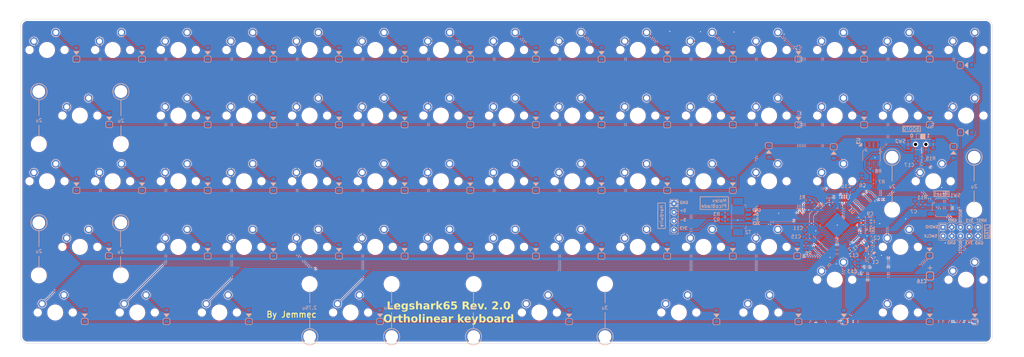
<source format=kicad_pcb>
(kicad_pcb (version 20221018) (generator pcbnew)
  (layers (0 "F.Cu" signal) (31 "B.Cu" signal) (34 "B.Paste" user) (35 "F.Paste" user) (36 "B.SilkS" user "B.Silkscreen") (37 "F.SilkS" user "F.Silkscreen") (38 "B.Mask" user) (39 "F.Mask" user) (44 "Edge.Cuts" user))
  (net 0 "")
  (net 1 "Net-(U1-PD1{slash}OSC_OUT)")
  (net 2 "GND")
  (net 3 "Net-(U1-PD0{slash}OSC_IN)")
  (net 4 "3V3")
  (net 5 "Net-(U1-VCAP_1)")
  (net 6 "r0")
  (net 7 "Net-(D_0-A)")
  (net 8 "Net-(D_1-A)")
  (net 9 "Net-(D_2-A)")
  (net 10 "Net-(D_3-A)")
  (net 11 "Net-(D_4-A)")
  (net 12 "Net-(D_5-A)")
  (net 13 "Net-(D_6-A)")
  (net 14 "Net-(D_7-A)")
  (net 15 "Net-(D_8-A)")
  (net 16 "Net-(D_9-A)")
  (net 17 "Net-(D_10-A)")
  (net 18 "Net-(D_11-A)")
  (net 19 "Net-(D_12-A)")
  (net 20 "Net-(D_13-A)")
  (net 21 "Net-(D_14-A)")
  (net 22 "r1")
  (net 23 "Net-(D_15-A)")
  (net 24 "Net-(D_16-A)")
  (net 25 "Net-(D_17-A)")
  (net 26 "Net-(D_18-A)")
  (net 27 "Net-(D_19-A)")
  (net 28 "Net-(D_20-A)")
  (net 29 "Net-(D_21-A)")
  (net 30 "Net-(D_22-A)")
  (net 31 "Net-(D_23-A)")
  (net 32 "Net-(D_24-A)")
  (net 33 "Net-(D_25-A)")
  (net 34 "Net-(D_26-A)")
  (net 35 "Net-(D_27-A)")
  (net 36 "Net-(D_28-A)")
  (net 37 "r2")
  (net 38 "Net-(D_29-A)")
  (net 39 "Net-(D_30-A)")
  (net 40 "Net-(D_31-A)")
  (net 41 "Net-(D_32-A)")
  (net 42 "Net-(D_33-A)")
  (net 43 "Net-(D_34-A)")
  (net 44 "Net-(D_35-A)")
  (net 45 "Net-(D_36-A)")
  (net 46 "Net-(D_37-A)")
  (net 47 "Net-(D_38-A)")
  (net 48 "Net-(D_39-A)")
  (net 49 "Net-(D_40-A)")
  (net 50 "Net-(D_41-A)")
  (net 51 "Net-(D_42-A)")
  (net 52 "r3")
  (net 53 "Net-(D_43-A)")
  (net 54 "Net-(D_44-A)")
  (net 55 "Net-(D_45-A)")
  (net 56 "Net-(D_46-A)")
  (net 57 "Net-(D_47-A)")
  (net 58 "Net-(D_48-A)")
  (net 59 "Net-(D_49-A)")
  (net 60 "Net-(D_50-A)")
  (net 61 "Net-(D_51-A)")
  (net 62 "Net-(D_52-A)")
  (net 63 "Net-(D_53-A)")
  (net 64 "Net-(D_54-A)")
  (net 65 "r4")
  (net 66 "Net-(D_55-A)")
  (net 67 "Net-(D_56-A)")
  (net 68 "Net-(D_57-A)")
  (net 69 "Net-(D_58-A)")
  (net 70 "Net-(D_59-A)")
  (net 71 "Net-(D_60-A)")
  (net 72 "Net-(D_61-A)")
  (net 73 "Net-(D_62-A)")
  (net 74 "Net-(D_63-A)")
  (net 75 "Net-(D_64-A)")
  (net 76 "c0")
  (net 77 "c1")
  (net 78 "c2")
  (net 79 "c3")
  (net 80 "c4")
  (net 81 "c5")
  (net 82 "c6")
  (net 83 "c7")
  (net 84 "c8")
  (net 85 "c9")
  (net 86 "c10")
  (net 87 "c11")
  (net 88 "c12")
  (net 89 "c13")
  (net 90 "c14")
  (net 91 "D+")
  (net 92 "Net-(U1-PB7--I2C1_SDA)")
  (net 93 "Net-(U1-PB6--I2C1_SCL)")
  (net 94 "Net-(SW1-B)")
  (net 95 "Net-(SW2A-B)")
  (net 96 "D-")
  (net 103 "NRST")
  (net 104 "BOOT0")
  (net 105 "SWDIO")
  (net 107 "SWCLK")
  (net 108 "BOOT1")
  (net 109 "Net-(J2-Pin_3)")
  (net 110 "Net-(J2-Pin_2)")
  (footprint "MX_Only:MXOnly-1U-NoLED" (layer "F.Cu") (at 236.2 70)
    (fp_text reference "K_40")
    (fp_text value "KEYSW")
  )
  (footprint "MX_Only:MXOnly-1U-NoLED" (layer "F.Cu") (at 274.3 50.95)
    (fp_text reference "K_27")
    (fp_text value "KEYSW")
  )
  (footprint "MX_Only:MXOnly-1U-NoLED" (layer "F.Cu") (at 64.75 70)
    (fp_text reference "K_31")
    (fp_text value "KEYSW")
  )
  (footprint "MX_Only:MXOnly-1U-NoLED" (layer "F.Cu") (at 140.95 50.95)
    (fp_text reference "K_20")
    (fp_text value "KEYSW")
  )
  (footprint "MX_Only:MXOnly-1U-NoLED" (layer "F.Cu") (at 121.9 89.05)
    (fp_text reference "K_47")
    (fp_text value "KEYSW")
  )
  (footprint "MX_Only:MXOnly-1.25U-NoLED" (layer "F.Cu") (at 29.0313 108.1)
    (fp_text reference "K_57")
    (fp_text value "KEYSW")
  )
  (footprint "MX_Only:MXOnly-1U-NoLED" (layer "F.Cu") (at 198.1 89.05)
    (fp_text reference "K_51")
    (fp_text value "KEYSW")
  )
  (footprint "MX_Only:MXOnly-2U-NoLED" (layer "F.Cu") (at 36.175 50.95)
    (fp_text reference "K_15")
    (fp_text value "KEYSW")
  )
  (footprint "Legshark:jm_logo" (layer "F.Cu") (at 259.05 111.925)
    (fp_text reference "H1" hide)
    (fp_text value "JM Logo" hide)
  )
  (footprint "MX_Only:MXOnly-1U-NoLED" (layer "F.Cu") (at 179.05 89.05)
    (fp_text reference "K_50")
    (fp_text value "KEYSW")
  )
  (footprint "MX_Only:MXOnly-1U-NoLED" (layer "F.Cu") (at 198.1 70)
    (fp_text reference "K_38")
    (fp_text value "KEYSW")
  )
  (footprint "MX_Only:MXOnly-1U-NoLED" (layer "F.Cu") (at 83.8 31.9)
    (fp_text reference "K_3")
    (fp_text value "KEYSW")
  )
  (footprint "MX_Only:MXOnly-1U-NoLED" (layer "F.Cu") (at 83.8 70)
    (fp_text reference "K_32")
    (fp_text value "KEYSW")
  )
  (footprint "MX_Only:MXOnly-1U-NoLED" (layer "F.Cu") (at 45.7 70)
    (fp_text reference "K_30")
    (fp_text value "KEYSW")
  )
  (footprint "Legshark:Legshark_Mask" (layer "F.Cu") (at 250.558563 112.04782 -10)
    (fp_text reference "H3" hide)
    (fp_text value "LS Logo" hide)
  )
  (footprint "MX_Only:MXOnly-1U-NoLED" (layer "F.Cu") (at 217.15 50.95)
    (fp_text reference "K_24")
    (fp_text value "KEYSW")
  )
  (footprint "MX_Only:MXOnly-2.75U-ReversedStabilizers-NoLED" (layer "F.Cu") (at 114.7565 108.1)
    (fp_text reference "K_60")
    (fp_text value "KEYSW")
  )
  (footprint "MX_Only:MXOnly-1U-NoLED" (layer "F.Cu") (at 198.1 50.95)
    (fp_text reference "K_23")
    (fp_text value "KEYSW")
  )
  (footprint "MX_Only:MXOnly-1U-NoLED" (layer "F.Cu") (at 83.8 50.95)
    (fp_text reference "K_17")
    (fp_text value "KEYSW")
  )
  (footprint "MX_Only:MXOnly-1U-NoLED" (layer "F.Cu") (at 255.25 70)
    (fp_text reference "K_41")
    (fp_text value "KEYSW")
  )
  (footprint "MX_Only:MXOnly-1U-NoLED" (layer "F.Cu") (at 274.3 89.05)
    (fp_text reference "K_54")
    (fp_text value "KEYSW")
  )
  (footprint "MX_Only:MXOnly-1U-NoLED" (layer "F.Cu") (at 179.05 70)
    (fp_text reference "K_37")
    (fp_text value "KEYSW")
  )
  (footprint "MX_Only:MXOnly-1U-NoLED" (layer "F.Cu") (at 140.95 70)
    (fp_text reference "K_35")
    (fp_text value "KEYSW")
  )
  (footprint "MX_Only:MXOnly-1U-NoLED" (layer "F.Cu") (at 45.7 31.9)
    (fp_text reference "K_1")
    (fp_text value "KEYSW")
  )
  (footprint "MX_Only:MXOnly-1U-NoLED" (layer "F.Cu") (at 121.9 70)
    (fp_text reference "K_34")
    (fp_text value "KEYSW")
  )
  (footprint "MX_Only:MXOnly-1U-NoLED" (layer "F.Cu") (at 160 31.9)
    (fp_text reference "K_7")
    (fp_text value "KEYSW")
  )
  (footprint "MX_Only:MXOnly-1.25U-NoLED" (layer "F.Cu") (at 76.6563 108.1)
    (fp_text reference "K_59")
    (fp_text value "KEYSW")
  )
  (footprint "MX_Only:MXOnly-2U-NoLED" (layer "F.Cu") (at 36.175 89.05)
    (fp_text reference "K_43")
    (fp_text value "KEYSW")
  )
  (footprint "MX_Only:MXOnly-1U-NoLED" (layer "F.Cu") (at 64.75 50.95)
    (fp_text reference "K_16")
    (fp_text value "KEYSW")
  )
  (footprint "MX_Only:MXOnly-1U-NoLED" (layer "F.Cu") (at 160 50.95)
    (fp_text reference "K_21")
    (fp_text value "KEYSW")
  )
  (footprint "MX_Only:MXOnly-1U-NoLED" (layer "F.Cu") (at 217.15 89.05)
    (fp_text reference "K_52")
    (fp_text value "KEYSW")
  )
  (footprint "MX_Only:MXOnly-1U-NoLED" (layer "F.Cu") (at 198.1 31.9)
    (fp_text reference "K_9")
    (fp_text value "KEYSW")
  )
  (footprint "MX_Only:MXOnly-1U-NoLED" (layer "F.Cu") (at 121.9 50.95)
    (fp_text reference "K_19")
    (fp_text value "KEYSW")
  )
  (footprint "MX_Only:MXOnly-1U-NoLED" (layer "F.Cu") (at 121.9 31.9)
    (fp_text reference "K_5")
    (fp_text value "KEYSW")
  )
  (footprint "MX_Only:MXOnly-1U-NoLED" (layer "F.Cu") (at 236.2 89.05)
    (fp_text reference "K_53")
    (fp_text value "KEYSW")
  )
  (footprint "MX_Only:MXOnly-1U-NoLED" (layer "F.Cu") (at 293.35 98.575)
    (fp_text reference "K_56")
    (fp_text value "KEYSW")
  )
  (footprint "MX_Only:MXOnly-1U-NoLED" (layer "F.Cu") (at 217.15 31.9)
    (fp_text reference "K_10")
    (fp_text value "KEYSW")
  )
  (footprint "MX_Only:MXOnly-1U-NoLED" (layer "F.Cu") (at 236.2 50.95)
    (fp_text reference "K_25")
    (fp_text value "KEYSW")
  )
  (footprint "MX_Only:MXOnly-1U-NoLED" (layer "F.Cu") (at 64.75 31.9)
    (fp_text reference "K_2")
    (fp_text value "KEYSW")
  )
  (footprint "MX_Only:MXOnly-1U-NoLED" (layer "F.Cu") (at 102.85 89.05)
    (fp_text reference "K_46")
    (fp_text value "KEYSW")
  )
  (footprint "MX_Only:MXOnly-1U-NoLED" (layer "F.Cu") (at 179.05 31.9)
    (fp_text reference "K_8")
    (fp_text value "KEYSW")
  )
  (footprint "MX_Only:MXOnly-1U-NoLED" (layer "F.Cu") (at 236.2 31.9)
    (fp_text reference "K_11")
    (fp_text value "KEYSW")
  )
  (footprint "MX_Only:MXOnly-1U-NoLED" (layer "F.Cu") (at 179.05 50.95)
    (fp_text reference "K_22")
    (fp_text value "KEYSW")
  )
  (footprint "MX_Only:MXOnly-1U-NoLED" (layer "F.Cu") (at 255.25 98.575)
    (fp_text reference "K_55")
    (fp_text value "KEYSW")
  )
  (footprint "MX_Only:MXOnly-1U-NoLED" (layer "F.Cu") (at 217.15 70)
    (fp_text reference "K_39")
    (fp_text value "KEYSW")
  )
  (footprint "MX_Only:MXOnly-1U-NoLED" (layer "F.Cu") (at 293.35 50.95)
    (fp_text reference "K_28")
    (fp_text value "KEYSW")
  )
  (footprint "MX_Only:MXOnly-2U-NoLED" (layer "F.Cu") (at 283.825 70)
    (fp_text reference "K_42")
    (fp_text value "KEYSW")
  )
  (footprint "MX_Only:MXOnly-1U-NoLED" (layer "F.Cu") (at 274.3 31.9)
    (fp_text reference "K_13")
    (fp_text value "KEYSW")
  )
  (footprint "MX_Only:MXOnly-1U-NoLED" (layer "F.Cu") (at 293.35 31.9)
    (fp_text reference "K_14")
    (fp_text value "KEYSW")
  )
  (footprint "MX_Only:MXOnly-3U-ReversedStabilizers-NoLED" (layer "F.Cu") (at 169.525 108.1)
    (fp_text reference "K_61")
    (fp_text value "KEYSW")
  )
  (footprint "acheron_Connectors:PinHeader_1x4_P2.54mm_Vertical" (layer "F.Cu") (at 208.6 80.3)
    (fp_text reference "J2" hide)
    (fp_text value "Conn_01x04" hide)
  )
  (footprint "MX_Only:MXOnly-1.25U-NoLED" (layer "F.Cu") (at 210.00625 108.1)
    (fp_text reference "K_62")
    (fp_text value "KEYSW")
  )
  (footprint "MX_Only:MXOnly-1U-NoLED" (layer "F.Cu") (at 255.25 31.9)
    (fp_text reference "K_12")
    (fp_text value "KEYSW")
  )
  (footprint "MX_Only:MXOnly-1U-NoLED" (layer "F.Cu") (at 102.85 70)
    (fp_text reference "K_33")
    (fp_text value "KEYSW")
  )
  (footprint "MX_Only:MXOnly-1U-NoLED" (layer "F.Cu") (at 26.65 70)
    (fp_text reference "K_29")
    (fp_text value "KEYSW")
  )
  (footprint "Legshark:ls65_logo" (layer "F.Cu") (at 292.440519 112.174295)
    (fp_text reference "H2" hide)
    (fp_text value "LS65 Logo" hide)
  )
  (footprint "MX_Only:MXOnly-1U-NoLED" (layer "F.Cu") (at 255.25 50.95)
    (fp_text reference "K_26")
    (fp_text value "KEYSW")
  )
  (footprint "MX_Only:MXOnly-1.25U-NoLED" (layer "F.Cu") (at 233.81875 108.1)
    (fp_text reference "K_63")
    (fp_text value "KEYSW")
  )
  (footprint "MX_Only:MXOnly-1U-NoLED" (layer "F.Cu") (at 274.3 108.1)
    (fp_text reference "K_64")
    (fp_text value "KEYSW")
  )
  (footprint "MX_Only:MXOnly-1U-NoLED" (layer "F.Cu") (at 160 70)
    (fp_text reference "K_36")
    (fp_text value "KEYSW")
  )
  (footprint "MX_Only:MXOnly-1U-NoLED" (layer "F.Cu") (at 160 89.05)
    (fp_text reference "K_49")
    (fp_text value "KEYSW")
  )
  (footprint "MX_Only:MXOnly-1U-NoLED" (layer "F.Cu") (at 140.95 31.9)
    (fp_text reference "K_6")
    (fp_text value "KEYSW")
  )
  (footprint "MX_Only:MXOnly-1.25U-NoLED" (layer "F.Cu") (at 52.8437 108.1)
    (fp_text reference "K_58")
    (fp_text value "KEYSW")
  )
  (footprint "MX_Only:MXOnly-1U-NoLED" (layer "F.Cu") (at 140.95 89.05)
    (fp_text reference "K_48")
    (fp_text value "KEYSW")
  )
  (footprint "MX_Only:MXOnly-1U-NoLED" (layer "F.Cu") (at 102.85 31.9)
    (fp_text reference "K_4")
    (fp_text value "KEYSW")
  )
  (footprint "MX_Only:MXOnly-1U-NoLED" (layer "F.Cu") (at 26.65 31.9)
    (fp_text reference "K_0")
    (fp_text value "KEYSW")
  )
  (footprint "MX_Only:MXOnly-1U-NoLED" (layer "F.Cu") (at 83.8 89.05)
    (fp_text reference "K_45")
    (fp_text value "KEYSW")
  )
  (footprint "MX_Only:MXOnly-1U-NoLED" (layer "F.Cu") (at 64.75 89.05)
    (fp_text reference "K_44")
    (fp_text value "KEYSW")
  )
  (footprint "MX_Only:MXOnly-1U-NoLED" (layer "F.Cu") (at 102.85 50.95)
    (fp_text reference "K_18")
    (fp_text value "KEYSW")
  )
  (footprint "Resistor_SMD:R_0603_1608Metric" (layer "B.Cu") (at 266.51 70.15 180)
    (fp_text reference "R7")
    (fp_text value "4.7k")
  )
  (footprint "Capacitor_SMD:C_0603_1608Metric_Pad1.08x0.95mm_HandSolder" (layer "B.Cu") (at 246.6 83.4 90)
    (fp_text reference "C11")
    (fp_text value "100n")
  )
  (footprint "acheron_Components:D_SOD-123" (layer "B.Cu") (at 111.375 90.05 90)
    (fp_text reference "D_46" hide)
    (fp_text value "1N4148W")
  )
  (footprint "acheron_Components:D_SOD-123" (layer "B.Cu") (at 206.625 51.95 90)
    (fp_text reference "D_23" hide)
    (fp_text value "1N4148W")
  )
  (footprint "acheron_Hardware:K2-1187SQ-A4SW-06" (layer "B.Cu") (at 286.25 77.6)
    (fp_text reference "SW1")
    (fp_text value "K2-1187SQ-A4SW-06" hide)
  )
  (footprint "acheron_Components:D_SOD-123" (layer "B.Cu") (at 282.825 32.9 90)
    (fp_text reference "D_13" hide)
    (fp_text value "1N4148W")
  )
  (footprint "acheron_Components:D_SOD-123" (layer "B.Cu") (at 187.575 90.05 90)
    (fp_text reference "D_50" hide)
    (fp_text value "1N4148W")
  )
  (footprint "acheron_Components:D_SOD-123" (layer "B.Cu") (at 236.1 61.35 -90)
    (fp_text reference "D_40" hide)
    (fp_text value "1N4148W")
  )
  (footprint "acheron_Components:D_SOD-123" (layer "B.Cu") (at 54.225 71 90)
    (fp_text reference "D_30" hide)
    (fp_text value "1N4148W")
  )
  (footprint "acheron_Components:D_SOD-123" (layer "B.Cu") (at 149.475 51.95 90)
    (fp_text reference "D_20" hide)
    (fp_text value "1N4148W")
  )
  (footprint "acheron_Components:D_SOD-123" (layer "B.Cu") (at 130.425 51.95 90)
    (fp_text reference "D_19" hide)
    (fp_text value "1N4148W")
  )
  (footprint "Capacitor_SMD:C_0603_1608Metric_Pad1.08x0.95mm_HandSolder" (layer "B.Cu") (at 278.55 76.6 -90)
    (fp_text reference "C7")
    (fp_text value "100n")
  )
  (footprint "Resistor_SMD:R_0603_1608Metric" (layer "B.Cu") (at 247.5 75.45 -90)
    (fp_text reference "R1")
    (fp_text value "51k")
  )
  (footprint "acheron_Components:D_SOD-123" (layer "B.Cu") (at 92.325 51.95 90)
    (fp_text reference "D_17" hide)
    (fp_text value "1N4148W")
  )
  (footprint "acheron_Components:D_SOD-123" (layer "B.Cu") (at 37.5875 109.05 90)
    (fp_text reference "D_57" hide)
    (fp_text value "1N4148W")
  )
  (footprint "Capacitor_SMD:C_0603_1608Metric_Pad1.08x0.95mm_HandSolder" (layer "B.Cu") (at 261.1 92.75 180)
    (fp_text reference "C12")
    (fp_text value "10n")
  )
  (footprint "acheron_Components:D_SOD-123" (layer "B.Cu") (at 54.225 32.9 90)
    (fp_text reference "D_1" hide)
    (fp_text value "1N4148W")
  )
  (footprint "acheron_Components:D_SOD-123" (layer "B.Cu") (at 44.6 90 90)
    (fp_text reference "D_43" hide)
    (fp_text value "1N4148W")
  )
  (footprint "acheron_Components:D_SOD-123" (layer "B.Cu") (at 244.725 51.95 90)
    (fp_text reference "D_25" hide)
    (fp_text value "1N4148W")
  )
  (footprint "Resistor_SMD:R_0603_1608Metric" (layer "B.Cu") (at 223.4 81.1)
    (fp_text reference "R2")
    (fp_text value "0R")
  )
  (footprint "acheron_Components:D_SOD-123" (layer "B.Cu") (at 149.475 90.05 90)
    (fp_text reference "D_48" hide)
    (fp_text value "1N4148W")
  )
  (footprint "acheron_Components:D_SOD-123" (layer "B.Cu") (at 282.75 89.95 90)
    (fp_text reference "D_54" hide)
    (fp_text value "1N4148W")
  )
  (footprint "acheron_Components:D_SOD-123" (layer "B.Cu") (at 178.15 109.1 90)
    (fp_text reference "D_61" hide)
    (fp_text value "1N4148W")
  )
  (footprint "acheron_Components:D_SOD-123" (layer "B.Cu") (at 206.625 90.05 90)
    (fp_text reference "D_51" hide)
    (fp_text value "1N4148W")
  )
  (footprint "Capacitor_SMD:C_0603_1608Metric_Pad1.08x0.95mm_HandSolder" (layer "B.Cu") (at 266.4 87.3 135)
    (fp_text reference "C2")
    (fp_text value "15p")
  )
  (footprint "Resistor_SMD:R_0603_1608Metric" (layer "B.Cu") (at 246.9 88.7 90)
    (fp_text reference "R6")
    (fp_text value "10k")
  )
  (footprint "Capacitor_SMD:C_0603_1608Metric_Pad1.08x0.95mm_HandSolder" (layer "B.Cu") (at 263.05 69.15 90)
    (fp_text reference "C6")
    (fp_text value "100n")
  )
  (footprint "acheron_Components:D_SOD-123" (layer "B.Cu") (at 244.725 32.9 90)
    (fp_text reference "D_11" hide)
    (fp_text value "1N4148W")
  )
  (footprint "acheron_Components:CP_EIA-3216-10_Kemet-I_Pad1.58x1.35mm_HandSolder" (layer "B.Cu") (at 282.9 98.9375 -90)
    (fp_text reference "C16")
    (fp_text value "10u")
  )
  (footprint "acheron_Components:D_SOD-123" (layer "B.Cu") (at 35.175 71 90)
    (fp_text reference "D_29" hide)
    (fp_text value "1N4148W")
  )
  (footprint "acheron_Components:D_SOD-123" (layer "B.Cu") (at 92.325 71 90)
    (fp_text reference "D_32" hide)
    (fp_text value "1N4148W")
  )
  (footprint "acheron_Components:D_SOD-123" (layer "B.Cu") (at 123.2875 109.05 90)
    (fp_text reference "D_60" hide)
    (fp_text value "1N4148W")
  )
  (footprint "acheron_Components:D_SOD-123" (layer "B.Cu") (at 168.525 71 90)
    (fp_text reference "D_36" hide)
    (fp_text value "1N4148W")
  )
  (footprint "acheron_Components:D_SOD-123" (layer "B.Cu") (at 149.475 71 90)
    (fp_text reference "D_35" hide)
    (fp_text value "1N4148W")
  )
  (footprint "acheron_Components:D_SOD-123" (layer "B.Cu") (at 293.3 36.3)
    (fp_text reference "D_14" hide)
    (fp_text value "1N4148W")
  )
  (footprint "acheron_Components:D_SOD-123" (layer "B.Cu") (at 44.7 51.9 90)
    (fp_text reference "D_15" hide)
    (fp_text value "1N4148W")
  )
  (footprint "Capacitor_SMD:C_0603_1608Metric_Pad1.08x0.95mm_HandSolder" (layer "B.Cu") (at 259.75 72.45)
    (fp_text reference "C10")
    (fp_text value "100n")
  )
  (footprint "acheron_Components:D_SOD-123" (layer "B.Cu") (at 225.675 71 90)
    (fp_text reference "D_39" hide)
    (fp_text value "1N4148W")
  )
  (footprint "Capacitor_SMD:C_0603_1608Metric_Pad1.08x0.95mm_HandSolder" (layer "B.Cu") (at 278.85 64.1 -90)
    (fp_text reference "C17")
    (fp_text value "100n")
  )
  (footprint "acheron_Components:D_SOD-123" (layer "B.Cu") (at 111.375 32.9 90)
    (fp_text reference "D_4" hide)
    (fp_text value "1N4148W")
  )
  (footprint "acheron_Components:D_SOD-123" (layer "B.Cu") (at 92.325 32.9 90)
    (fp_text reference "D_3" hide)
    (fp_text value "1N4148W")
  )
  (footprint "acheron_Components:D_SOD-123" (layer "B.Cu") (at 73.275 71 90)
    (fp_text reference "D_31" hide)
    (fp_text value "1N4148W")
  )
  (footprint "acheron_Components:D_SOD-123" (layer "B.Cu") (at 187.575 32.9 90)
    (fp_text reference "D_8" hide)
    (fp_text value "1N4148W")
  )
  (footprint "acheron_Components:D_SOD-123" (layer "B.Cu") (at 289.7 61.6 -90)
    (fp_text reference "D_42" hide)
    (fp_text value "1N4148W")
  )
  (footprint "Resistor_SMD:R_0603_1608Metric" (layer "B.Cu") (at 223.4 79.6)
    (fp_text reference "R3")
    (fp_text value "0R")
  )
  (footprint "acheron_Components:D_SOD-123" (layer "B.Cu") (at 73.275 90.05 90)
    (fp_text reference "D_44" hide)
    (fp_text value "1N4148W")
  )
  (footprint "acheron_Components:D_SOD-123" (layer "B.Cu") (at 244.725 109.1 90)
    (fp_text reference "D_63" hide)
    (fp_text value "1N4148W")
  )
  (footprint "acheron_Components:D_SOD-123" (layer "B.Cu") (at 168.525 51.95 90)
    (fp_text reference "D_21" hide)
    (fp_text value "1N4148W")
  )
  (footprint "Resistor_SMD:R_0603_1608Metric" (layer "B.Cu") (at 249.3 76.1 90)
    (fp_text reference "R5")
    (fp_text value "1.5k")
  )
  (footprint "acheron_Components:D_SOD-123" (layer "B.Cu") (at 225.675 90.05 90)
    (fp_text reference "D_52" hide)
    (fp_text value "1N4148W")
  )
  (footprint "acheron_Connectors:PinHeader_2x5_P2.54mm_Vertical" (layer "B.Cu") (at 291.75 84.62 -90)
    (fp_text reference "J1" hide)
    (fp_text value "ARM JTAG" hide)
  )
  (footprint "acheron_Components:Crystal_SMD_3225-4Pin_3.2x2.5mm" (layer "B.Cu") (at 264.2 89.8 -135)
    (fp_text reference "Y1")
    (fp_text value "TAXM8M4RFDCET2T")
  )
  (footprint "acheron_Components:D_SOD-123" (layer "B.Cu") (at 149.475 32.9 90)
    (fp_text reference "D_6" hide)
    (fp_text value "1N4148W")
  )
  (footprint "acheron_Components:D_SOD-123" (layer "B.Cu") (at 168.525 32.9 90)
    (fp_text reference "D_7" hide)
    (fp_text value "1N4148W")
  )
  (footprint "acheron_Components:D_SOD-123" (layer "B.Cu") (at 282.825 109.1 90)
    (fp_text reference "D_64" hide)
    (fp_text value "1N4148W")
  )
  (footprint "acheron_Components:D_SOD-123" (layer "B.Cu") (at 187.575 71 90)
    (fp_text reference "D_37" hide)
    (fp_text value "1N4148W")
  )
  (footprint "acheron_Components:D_SOD-123" (layer "B.Cu") (at 225.675 51.95 90)
    (fp_text reference "D_24" hide)
    (fp_text value "1N4148W")
  )
  (footprint "Capacitor_SMD:C_0603_1608Metric_Pad1.08x0.95mm_HandSolder" (layer "B.Cu") (at 261.15 94.75 180)
    (fp_text reference "C13")
    (fp_text value "4.7u")
  )
  (footprint "acheron_Components:D_SOD-123" (layer "B.Cu") (at 130.425 90.05 90)
    (fp_text reference "D_47" hide)
    (fp_text value "1N4148W")
  )
  (footprint "acheron_Components:D_SOD-123" (layer "B.Cu") (at 85.225 109.05 90)
    (fp_text reference "D_59" hide)
    (fp_text value "1N4148W")
  )
  (footprint "acheron_Components:D_SOD-123" (layer "B.Cu") (at 220.9125 109.1 90)
    (fp_text reference "D_62" hide)
    (fp_text value "1N4148W")
  )
  (footprint "acheron_Components:D_SOD-123" (layer "B.Cu") (at 282.825 51.95 90)
    (fp_text reference "D_27" hide)
    (fp_text value "1N4148W")
  )
  (footprint "acheron_Components:D_SOD-123" (layer "B.Cu") (at 92.325 90.05 90)
    (fp_text reference "D_45" hide)
    (fp_text value "1N4148W")
  )
  (footprint "acheron_Components:D_SOD-123" (layer "B.Cu") (at 73.275 32.9 90)
    (fp_text reference "D_2" hide)
    (fp_text value "1N4148W")
  )
  (footprint "acheron_Components:D_SOD-123" (layer "B.Cu") (at 263.775 51.95 90)
    (fp_text reference "D_26" hide)
    (fp_text value "1N4148W")
  )
  (footprint "Resistor_SMD:R_0603_1608Metric" (layer "B.Cu") (at 280.8 76.8 -90)
    (fp_text reference "R11")
    (fp_text value "100R")
  )
  (footprint "acheron_Components:D_SOD-123" (layer "B.Cu") (at 73.275 51.95 90)
    (fp_text reference "D_16" hide)
    (fp_text value "1N4148W")
  )
  (footprint "acheron_Components:D_SOD-123" (layer "B.Cu") (at 61.325 109.05 90)
    (fp_text reference "D_58" hide)
    (fp_text value "1N4148W")
  )
  (footprint "acheron_Components:D_SOD-123" (layer "B.Cu") (at 293.4 55.8)
    (fp_text reference "D_28" hide)
    (fp_text value "1N4148W")
  )
  (footprint "acheron_Components:D_SOD-123" (layer "B.Cu") (at 206.625 71 90)
    (fp_text reference "D_38" hide)
    (fp_text value "1N4148W")
  )
  (footprint "Resistor_SMD:R_0603_1608Metric" (layer "B.Cu") (at 280.95 64.15 90)
    (fp_text reference "R15")
    (fp_text value "10k")
  )
  (footprint "acheron_Components:D_SOD-123" (layer "B.Cu") (at 295.9 109.1 90)
    (fp_text reference "D_56" hide)
    (fp_text value "1N4148W")
  )
  (footprint "acheron_Components:D_SOD-123" (layer "B.Cu") (at 111.375 71 90)
    (fp_text reference "D_33" hide)
    (fp_text value "1N4148W")
  )
  (footprint "acheron_Components:D_SOD-123" (layer "B.Cu") (at 254.95 61.65 -90)
    (fp_text reference "D_41" hide)
    (fp_text value "1N4148W")
  )
  (footprint "Legshark:Molex, PicoBlade, 53261, 4 Way, 1 Row, Right Angle PCB Header" (layer "B.Cu") (at 229.3 80.3 90)
    (fp_text reference "T2")
    (fp_text value "53261-0471")
  )
  (footprint "Capacitor_SMD:C_0603_1608Metric_Pad1.08x0.95mm_HandSolder" (layer "B.Cu") (at 265.8 92.3 45)
    (fp_text reference "C1")
    (fp_text value "15p")
  )
  (footprint "acheron_Components:D_SOD-123" (layer "B.Cu") (at 168.525 90.05 90)
    (fp_text reference "D_49" hide)
    (fp_text value "1N4148W")
  )
  (footprint "Capacitor_SMD:C_0603_1608Metric_Pad1.08x0.95mm_HandSolder" (layer "B.Cu") (at 265.49 82.59)
    (fp_text reference "C14")
    (fp_text value "100n")
  )
  (footprint "acheron_Components:D_SOD-123" (layer "B.Cu") (at 257.9 109.1 90)
    (fp_text reference "D_55" hide)
    (fp_text value "1N4148W")
  )
  (footprint "acheron_Components:D_SOD-123" (layer "B.Cu") (at 187.575 51.95 90)
    (fp_text reference "D_22" hide)
    (fp_text value "1N4148W")
  )
  (footprint "Legshark:Surface Mount Slide Switch SPDT" (layer "B.Cu") (at 280.2 59.3)
    (fp_text reference "SW2")
    (fp_text value "PCM12SMTR" hide)
  )
  (footprint "Capacitor_SMD:C_0603_1608Metric_Pad1.08x0.95mm_HandSolder" (layer "B.Cu") (at 246.95 86.05 180)
    (fp_text reference "C15")
    (fp_text value "4.7u")
  )
  (footprint "acheron_Components:D_SOD-123" (layer "B.Cu") (at 244.35 90 90)
    (fp_text reference "D_53" hide)
    (fp_text value "1N4148W")
  )
  (footprint "Capacitor_SMD:C_0603_1608Metric_Pad1.08x0.95mm_HandSolder" (layer "B.Cu") (at 265.53 80.84 180)
    (fp_text reference "C9")
    (fp_text value "100n")
  )
  (footprint "acheron_Components:D_SOD-123" (layer "B.Cu") (at 130.425 71 90)
    (fp_text reference "D_34" hide)
    (fp_text value "1N4148W")
  )
  (footprint "acheron_Components:SOIC-8" (layer "B.Cu") (at 265.9 62.1 -90)
    (fp_text reference "U3")
    (fp_text value "AT24C256C-SSHL-T")
  )
  (footprint "Resistor_SMD:R_0603_1608Metric" (layer "B.Cu") (at 265.55 67 180)
    (fp_text reference "R8")
    (fp_text value "4.7k")
  )
  (footprint "acheron_Components:D_SOD-123" (layer "B.Cu") (at 130.425 32.9 90)
    (fp_text reference "D_5" hide)
    (fp_text value "1N4148W")
  )
  (footprint "acheron_Components:D_SOD-123" (layer "B.Cu") (at 206.625 32.9 90)
    (fp_text reference "D_9" hide)
    (fp_text value "1N4148W")
  )
  (footprint "acheron_Components:D_SOD-123" (layer "B.Cu") (at 111.375 51.95 90)
    (fp_text reference "D_18" hide)
    (fp_text value "1N4148W")
  )
  (footprint "acheron_Components:D_SOD-123" (layer "B.Cu") (at 35.175 32.9 90)
    (fp_text reference "D_0" hide)
    (fp_text value "1N4148W")
  )
  (footprint "acheron_Components:D_SOD-123" (layer "B.Cu") (at 263.775 32.9 90)
    (fp_text reference "D_12" hide)
    (fp_text value "1N4148W")
  )
  (footprint "acheron_Components:D_SOD-123" (layer "B.Cu") (at 225.675 32.9 90)
    (fp_text reference "D_10" hide)
    (fp_text value "1N4148W")
  )
  (footprint "acheron_Components:STM_UFQFPN-48_LQFP-48-1EP_7x7mm_P0.5mm_HandSoldering" (layer "B.Cu") (at 256 82.75 135)
    (fp_text reference "U1")
    (fp_text value "STM32F411CEU6")
  )
  (gr_line (start 48 84.4) (end 48 89.029346) (stroke (width 0.2)) (layer "B.SilkS"))
  (gr_line (start 126.65 112.729346) (end 126.65 108.1) (stroke (width 0.2)) (layer "B.SilkS"))
  (gr_rect (start 298.75 82.67) (end 300.35 86.57) (stroke (width 0.2)) (fill none) (layer "B.SilkS"))
  (gr_rect (start 203.9 76.3) (end 206.1 83.7) (stroke (width 0.2)) (fill none) (layer "B.SilkS"))
  (gr_circle (center 24.3 82) (end 26.670654 82) (stroke (width 0.2)) (fill none) (layer "B.SilkS"))
  (gr_circle (center 102.9 115.120654) (end 105.270654 115.120654) (stroke (width 0.2)) (fill none) (layer "B.SilkS"))
  (gr_line (start 24.3 46.370654) (end 24.3 51) (stroke (width 0.2)) (layer "B.SilkS"))
  (gr_line (start 188.6 112.729346) (end 188.6 108.1) (stroke (width 0.2)) (layer "B.SilkS"))
  (gr_line (start 48.1 59.4) (end 48.1 53.8) (stroke (width 0.2)) (layer "B.SilkS"))
  (gr_line (start 102.9 112.75) (end 102.9 108.120654) (stroke (width 0.2)) (layer "B.SilkS"))
  (gr_line (start 102.9 99.720654) (end 102.9 105.320654) (stroke (width 0.2)) (layer "B.SilkS"))
  (gr_circle (center 126.65 115.1) (end 129.020654 115.1) (stroke (width 0.2)) (fill none) (layer "B.SilkS"))
  (gr_circle (center 150.4 115.1) (end 152.770654 115.1) (stroke (width 0.2)) (fill none) (layer "B.SilkS"))
  (gr_line (start 271.9 65.370654) (end 271.9 70) (stroke (width 0.2)) (layer "B.SilkS"))
  (gr_circle (center 271.9 63) (end 274.270654 63) (stroke (width 0.2)) (fill none) (layer "B.SilkS"))
  (gr_circle (center 295.7 63) (end 298.070654 63) (stroke (width 0.2)) (fill none) (layer "B.SilkS"))
  (gr_line (start 24.3 97.4) (end 24.3 91.8) (stroke (width 0.2)) (layer "B.SilkS"))
  (gr_line (start 24.3 84.370654) (end 24.3 89) (stroke (width 0.2)) (layer "B.SilkS"))
  (gr_line (start 188.6 99.7) (end 188.6 105.3) (stroke (width 0.2)) (layer "B.SilkS"))
  (gr_rect (start 284.05 72.85) (end 288.45 74.45) (stroke (width 0.2)) (fill none) (layer "B.SilkS"))
  (gr_line (start 48 97.429346) (end 48 91.829346) (stroke (width 0.2)) (layer "B.SilkS"))
  (gr_rect (start 216.2 74.5) (end 224.4 78.2) (stroke (width 0.2)) (fill none) (layer "B.SilkS"))
  (gr_circle (center 48 82.029346) (end 50.370654 82.029346) (stroke (width 0.2)) (fill none) (layer "B.SilkS"))
  (gr_line (start 271.9 78.4) (end 271.9 72.8) (stroke (width 0.2)) (layer "B.SilkS"))
  (gr_circle (center 48.1 44) (end 50.470654 44) (stroke (width 0.2)) (fill none) (layer "B.SilkS"))
  (gr_rect (start 275 54) (end 280.1 55.6) (stroke (width 0.2)) (fill none) (layer "B.SilkS"))
  (gr_line (start 126.65 99.7) (end 126.65 105.3) (stroke (width 0.2)) (layer "B.SilkS"))
  (gr_line (start 295.7 65.370654) (end 295.7 70) (stroke (width 0.2)) (layer "B.SilkS"))
  (gr_line (start 295.7 78.4) (end 295.7 72.8) (stroke (width 0.2)) (layer "B.SilkS"))
  (gr_circle (center 188.6 115.1) (end 190.970654 115.1) (stroke (width 0.2)) (fill none) (layer "B.SilkS"))
  (gr_line (start 24.3 59.4) (end 24.3 53.8) (stroke (width 0.2)) (layer "B.SilkS"))
  (gr_line (start 150.4 112.729346) (end 150.4 108.1) (stroke (width 0.2)) (layer "B.SilkS"))
  (gr_circle (center 24.3 44) (end 26.670654 44) (stroke (width 0.2)) (fill none) (layer "B.SilkS"))
  (gr_line (start 150.4 99.7) (end 150.4 105.3) (stroke (width 0.2)) (layer "B.SilkS"))
  (gr_line (start 48.1 46.370654) (end 48.1 51) (stroke (width 0.2)) (layer "B.SilkS"))
  (gr_line (start 19 115) (end 19 25) (stroke (width 0.1)) (layer "Edge.Cuts"))
  (gr_arc (start 299 23) (mid 300.414214 23.585786) (end 301 25) (stroke (width 0.1)) (layer "Edge.Cuts"))
  (gr_arc (start 19 25) (mid 19.585786 23.585786) (end 21 23) (stroke (width 0.1)) (layer "Edge.Cuts"))
  (gr_arc (start 21 117) (mid 19.585786 116.414214) (end 19 115) (stroke (width 0.1)) (layer "Edge.Cuts"))
  (gr_arc (start 301 115) (mid 300.414214 116.414214) (end 299 117) (stroke (width 0.1)) (layer "Edge.Cuts"))
  (gr_line (start 299 117) (end 21 117) (stroke (width 0.1)) (layer "Edge.Cuts"))
  (gr_line (start 21 23) (end 299 23) (stroke (width 0.1)) (layer "Edge.Cuts"))
  (gr_line (start 301 25) (end 301 115) (stroke (width 0.1)) (layer "Edge.Cuts"))
  (gr_text "2.75u" (at 102.8 107.320654) (layer "B.SilkS") (effects (font (size 1 1)) (justify bottom mirror)))
  (gr_text "Molex\nPicoBlade" (at 224 77.8) (layer "B.SilkS") (effects (font (size 1 1)) (justify left bottom mirror)))
  (gr_text "Reset" (at 288.35 74.25) (layer "B.SilkS") (effects (font (size 1 1)) (justify left bottom mirror)))
  (gr_text "2u" (at 24.3 90.9) (layer "B.SilkS") (effects (font (size 1 1)) (justify bottom mirror)))
  (gr_text "JTAG" (at 300.15 82.97 90) (layer "B.SilkS") (effects (font (size 1 1)) (justify left bottom mirror)))
  (gr_text "D+" (at 210.2 78.5) (layer "B.SilkS") (effects (font (size 0.8 0.8) (thickness 0.16)) (justify right mirror)))
  (gr_text "2u" (at 24.3 52.9) (layer "B.SilkS") (effects (font (size 1 1)) (justify bottom mirror)))
  (gr_text "2u" (at 295.7 72.1) (layer "B.SilkS") (effects (font (size 1 1)) (justify bottom mirror)))
  (gr_text "SWDIO" (at 281.5 83.25) (layer "B.SilkS") (effects (font (size 0.8 0.8) (thickness 0.16)) (justify right mirror)))
  (gr_text "D-" (at 231.3 81) (layer "B.SilkS") (effects (font (size 0.8 0.8) (thickness 0.16)) (justify right mirror)))
  (gr_text "SWCLK" (at 285.125 85.9) (layer "B.SilkS") (effects (font (size 0.8 0.8) (thickness 0.16)) (justify left mirror)))
  (gr_text "2.75u" (at 126.55 107.3) (layer "B.SilkS") (effects (font (size 1 1)) (justify bottom mirror)))
  (gr_text "BOOT0" (at 291.75 82.08 90) (layer "B.SilkS") (effects (font (size 0.8 0.8) (thickness 0.16)) (justify right mirror)))
  (gr_text "NRST" (at 296.25 81.4) (layer "B.SilkS") (effects (font (size 0.8 0.8) (thickness 0.16)) (justify right mirror)))
  (gr_text "3V3" (at 293.2 81.4) (layer "B.SilkS") (effects (font (size 0.8 0.8) (thickness 0.16)) (justify right mirror)))
  (gr_text "GND" (at 210.2 76.2) (layer "B.SilkS") (effects (font (size 0.8 0.8) (thickness 0.16)) (justify right mirror)))
  (gr_text "D+" (at 231.3 79.7) (layer "B.SilkS") (effects (font (size 0.8 0.8) (thickness 0.16)) (justify right mirror)))
  (gr_text "2u" (at 48.1 53) (layer "B.SilkS") (effects (font (size 1 1)) (justify bottom mirror)))
  (gr_text "3u" (at 188.5 107.3) (layer "B.SilkS") (effects (font (size 1 1)) (justify bottom mirror)))
  (gr_text "3V3" (at 295.45 87.85) (layer "B.SilkS") (effects (font (size 0.8 0.8) (thickness 0.16)) (justify left mirror)))
  (gr_text "GND" (at 288.1 81.4) (layer "B.SilkS") (effects (font (size 0.8 0.8) (thickness 0.16)) (justify right mirror)))
  (gr_text "3u" (at 150.3 107.3) (layer "B.SilkS") (effects (font (size 1 1)) (justify bottom mirror)))
  (gr_text "3V3" (at 231.3 82.2) (layer "B.SilkS") (effects (font (size 0.8 0.8) (thickness 0.16)) (justify right mirror)))
  (gr_text "Hardwire" (at 205.6 76.8 90) (layer "B.SilkS") (effects (font (size 1 1)) (justify left bottom mirror)))
  (gr_text "2u" (at 271.9 72.1) (layer "B.SilkS") (effects (font (size 1 1)) (justify bottom mirror)))
  (gr_text "BOOT1" (at 291.75 87.16 90) (layer "B.SilkS") (effects (font (size 0.8 0.8) (thickness 0.16)) (justify left mirror)))
  (gr_text "GND" (at 231.3 78.4) (layer "B.SilkS") (effects (font (size 0.8 0.8) (thickness 0.16)) (justify right mirror)))
  (gr_text "3V3" (at 210.2 83.6) (layer "B.SilkS") (effects (font (size 0.8 0.8) (thickness 0.16)) (justify right mirror)))
  (gr_text "GND" (at 298.5 87.95) (layer "B.SilkS") (effects (font (size 0.8 0.8) (thickness 0.16)) (justify left mirror)))
  (gr_text "GND" (at 290.45 87.85) (layer "B.SilkS") (effects (font (size 0.8 0.8) (thickness 0.16)) (justify left mirror)))
  (gr_text "2u" (at 48 91) (layer "B.SilkS") (effects (font (size 1 1)) (justify bottom mirror)))
  (gr_text "BOOT0" (at 279.95 55.4) (layer "B.SilkS") (effects (font (size 1 1)) (justify left bottom mirror)))
  (gr_text "D-" (at 210.2 81.2) (layer "B.SilkS") (effects (font (size 0.8 0.8) (thickness 0.16)) (justify right mirror)))
  (gr_text "Legshark65 Rev. 2.0\nOrtholinear keyboard" (at 143.2 111.35) (layer "F.SilkS") (effects (font (size 2.25 2.25) (thickness 0.3) bold) (justify bottom)))
  (gr_text "By Jemmec" (at 97.6 109.7) (layer "F.SilkS") (effects (font (size 1.75 1.7) (thickness 0.3) bold) (justify bottom)))
  (segment (start 262.821142 89.976777) (end 262.326167 90.471752) (width 0.25) (layer "B.Cu") (net 1))
  (segment (start 264.00988 92.90988) (end 265.19012 92.90988) (width 0.25) (layer "B.Cu") (net 1))
  (segment (start 262.821142 89.217588) (end 259.005204 85.40165) (width 0.25) (layer "B.Cu") (net 1))
  (segment (start 262.326167 91.226167) (end 264.00988 92.90988) (width 0.25) (layer "B.Cu") (net 1))
  (segment (start 262.821142 89.976777) (end 262.821142 89.217588) (width 0.25) (layer "B.Cu") (net 1))
  (segment (start 262.326167 90.471752) (end 262.326167 91.226167) (width 0.25) (layer "B.Cu") (net 1))
  (via (at 286.3 71.8) (size 0.6) (drill 0.3) (layers "F.Cu" "B.Cu") (net 2))
  (via (at 226 26.7) (size 0.6) (drill 0.3) (layers "F.Cu" "B.Cu") (net 2))
  (via (at 266.9 75.8) (size 0.6) (drill 0.3) (layers "F.Cu" "B.Cu") (net 2))
  (via (at 255.7 94) (size 0.6) (drill 0.3) (layers "F.Cu" "B.Cu") (net 2))
  (via (at 239 79.3) (size 0.6) (drill 0.3) (layers "F.Cu" "B.Cu") (net 2))
  (via (at 266.9 63.1) (size 0.6) (drill 0.3) (layers "F.Cu" "B.Cu") (net 2))
  (via (at 216.3 26.6) (size 0.6) (drill 0.3) (layers "F.Cu" "B.Cu") (net 2))
  (via (at 240.6 27.35) (size 0.6) (drill 0.3) (layers "F.Cu" "B.Cu") (net 2))
  (via (at 262.2 80.5) (size 0.6) (drill 0.3) (layers "F.Cu" "B.Cu") (net 2))
  (via (at 268.3 82.3) (size 0.6) (drill 0.3) (layers "F.Cu" "B.Cu") (net 2))
  (via (at 268.8 91.5) (size 0.6) (drill 0.3) (layers "F.Cu" "B.Cu") (net 2))
  (via (at 264.594736 85.808358) (size 0.6) (drill 0.3) (layers "F.Cu" "B.Cu") (net 2))
  (via (at 256 82.75) (size 0.6) (drill 0.3) (layers "F.Cu" "B.Cu") (net 2))
  (via (at 227.1 81.3) (size 0.6) (drill 0.3) (layers "F.Cu" "B.Cu") (net 2))
  (via (at 249.739601 84.4) (size 0.6) (drill 0.3) (layers "F.Cu" "B.Cu") (net 2))
  (via (at 207.4 26.5) (size 0.6) (drill 0.3) (layers "F.Cu" "B.Cu") (net 2))
  (via (at 259.7 88.3) (size 0.6) (drill 0.3) (layers "F.Cu" "B.Cu") (net 2))
  (via (at 263.8 71.7) (size 0.6) (drill 0.3) (layers "F.Cu" "B.Cu") (net 2))
  (via (at 253.765096 76.876592) (size 0.6) (drill 0.3) (layers "F.Cu" "B.Cu") (net 2))
  (via (at 247.7 78.3) (size 0.6) (drill 0.3) (layers "F.Cu" "B.Cu") (net 2))
  (via (at 275.8 80.9) (size 0.6) (drill 0.3) (layers "F.Cu" "B.Cu") (net 2))
  (via (at 253.9 92.1) (size 0.6) (drill 0.3) (layers "F.Cu" "B.Cu") (net 2))
  (via (at 287.325 87.925) (size 0.6) (drill 0.3) (layers "F.Cu" "B.Cu") (net 2))
  (segment (start 264.376777 88.421142) (end 265.79012 87.007799) (width 0.25) (layer "B.Cu") (net 2))
  (segment (start 250.866675 84.701345) (end 251.580583 83.987437) (width 0.25) (layer "B.Cu") (net 2))
  (segment (start 249.739601 84.4) (end 250.040946 84.701345) (width 0.25) (layer "B.Cu") (net 2))
  (segment (start 254.762563 78.330583) (end 254.762563 78.362563) (width 0.25) (layer "B.Cu") (net 2))
  (segment (start 264.534485 91.69012) (end 266.40988 91.69012) (width 0.25) (layer "B.Cu") (net 2))
  (segment (start 253.765096 76.876592) (end 253.765096 77.333116) (width 0.25) (layer "B.Cu") (net 2))
  (segment (start 250.040946 84.701345) (end 250.866675 84.701345) (width 0.25) (layer "B.Cu") (net 2))
  (segment (start 262.2 80.5) (end 261.43198 80.5) (width 0.25) (layer "B.Cu") (net 2))
  (segment (start 257.1 84.91066) (end 257.1 84.9) (width 0.25) (layer "B.Cu") (net 2))
  (segment (start 264.023223 91.178858) (end 264.602081 90.6) (width 0.25) (layer "B.Cu") (net 2))
  (segment (start 258.298097 86.108757) (end 257.1 84.91066) (width 0.25) (layer "B.Cu") (net 2))
  (segment (start 259.7 87.51066) (end 259.7 88.3) (width 0.25) (layer "B.Cu") (net 2))
  (segment (start 253.765096 77.333116) (end 254.762563 78.330583) (width 0.25) (layer "B.Cu") (net 2))
  (segment (start 264.602081 90.6) (end 265.1 90.6) (width 0.25) (layer "B.Cu") (net 2))
  (segment (start 260.419417 81.512563) (end 259.28198 82.65) (width 0.25) (layer "B.Cu") (net 2))
  (segment (start 251.580583 83.987437) (end 252.66802 82.9) (width 0.25) (layer "B.Cu") (net 2))
  (segment (start 264.023223 91.178858) (end 264.534485 91.69012) (width 0.25) (layer "B.Cu") (net 2))
  (segment (start 265.79012 87.007799) (end 265.79012 86.69012) (width 0.25) (layer "B.Cu") (net 2))
  (segment (start 258.298097 86.108757) (end 259.7 87.51066) (width 0.25) (layer "B.Cu") (net 2))
  (segment (start 261.43198 80.5) (end 260.419417 81.512563) (width 0.25) (layer "B.Cu") (net 2))
  (segment (start 254.762563 78.362563) (end 255.95 79.55) (width 0.25) (layer "B.Cu") (net 2))
  (segment (start 265.578858 89.623223) (end 267.1 88.102081) (width 0.25) (layer "B.Cu") (net 3))
  (segment (start 264.428858 90.118198) (end 265.083883 90.118198) (width 0.25) (layer "B.Cu") (net 3))
  (segment (start 265.083883 90.118198) (end 265.578858 89.623223) (width 0.25) (layer "B.Cu") (net 3))
  (segment (start 259.358757 85.048097) (end 264.428858 90.118198) (width 0.25) (layer "B.Cu") (net 3))
  (via (at 263.6 81.4) (size 0.6) (drill 0.3) (layers "F.Cu" "B.Cu") (net 4))
  (via (at 259.15 75.3) (size 0.6) (drill 0.3) (layers "F.Cu" "B.Cu") (net 4))
  (via (at 263.55 82.62) (size 0.6) (drill 0.3) (layers "F.Cu" "B.Cu") (net 4))
  (via (at 248.5 82.175) (size 0.6) (drill 0.3) (layers "F.Cu" "B.Cu") (net 4))
  (via (at 251.3 76.5755) (size 0.6) (drill 0.3) (layers "F.Cu" "B.Cu") (net 4))
  (via (at 259.7 90) (size 0.6) (drill 0.3) (layers "F.Cu" "B.Cu") (net 4))
  (via (at 253.6 75.5) (size 0.6) (drill 0.3) (layers "F.Cu" "B.Cu") (net 4))
  (segment (start 263.55 82.62) (end 261.88 82.62) (width 0.5) (layer "B.Cu") (net 4))
  (segment (start 251.3 76.5755) (end 250.5755 76.5755) (width 0.5) (layer "B.Cu") (net 4))
  (segment (start 265.675 67.95) (end 264.725 67) (width 0.5) (layer "B.Cu") (net 4))
  (segment (start 265.675 70.15) (end 265.675 67.95) (width 0.5) (layer "B.Cu") (net 4))
  (segment (start 263.55 82.62) (end 263.58 82.59) (width 0.5) (layer "B.Cu") (net 4))
  (segment (start 259.7 89.7) (end 258.9 88.9) (width 0.25) (layer "B.Cu") (net 4))
  (segment (start 265.5375 70.0125) (end 265.675 70.15) (width 0.5) (layer "B.Cu") (net 4))
  (segment (start 277.5 61.5) (end 277.95 61.05) (width 0.5) (layer "B.Cu") (net 4))
  (segment (start 263.995 64.005) (end 266.1 61.9) (width 0.5) (layer "B.Cu") (net 4))
  (segment (start 270.15 59.575) (end 273.675 59.575) (width 0.5) (layer "B.Cu") (net 4))
  (segment (start 221.775 82.175) (end 220.9 81.3) (width 0.5) (layer "B.Cu") (net 4))
  (segment (start 263.6 81.4) (end 264.16 80.84) (width 0.5) (layer "B.Cu") (net 4))
  (segment (start 259.9 90.2) (end 259.9 95.25) (width 0.5) (layer "B.Cu") (net 4))
  (segment (start 248.5 82.175) (end 230.1 82.175) (width 0.5) (layer "B.Cu") (net 4))
  (segment (start 248.8 74.775) (end 247.5 74.775) (width 0.5) (layer "B.Cu") (net 4))
  (segment (start 249.768146 82.175) (end 251.156318 83.563172) (width 0.5) (layer "B.Cu") (net 4))
  (segment (start 259.15 75.3) (end 259.15 73.943146) (width 0.5) (layer "B.Cu") (net 4))
  (segment (start 230.1 82.175) (end 221.775 82.175) (width 0.5) (layer "B.Cu") (net 4))
  (segment (start 260.936828 83.563172) (end 260.843682 83.563172) (width 0.5) (layer "B.Cu") (net 4))
  (segment (start 263.6 81.4) (end 263.5 81.5) (width 0.5) (layer "B.Cu") (net 4))
  (segment (start 220.9 81.3) (end 218.5 81.3) (width 0.5) (layer "B.Cu") (net 4))
  (segment (start 255.186828 77.086828) (end 255.186828 77.906318) (width 0.5) (layer "B.Cu") (net 4))
  (segment (start 264.725 67) (end 263.995 66.27) (width 0.5) (layer "B.Cu") (net 4))
  (segment (start 263.05 70.0125) (end 265.5375 70.0125) (width 0.5) (layer "B.Cu") (net 4))
  (segment (start 275.6 61.5) (end 277.5 61.5) (width 0.5) (layer "B.Cu") (net 4))
  (segment (start 261.35 81.5) (end 260.913172 81.936828) (width 0.5) (layer "B.Cu") (net 4))
  (segment (start 264.16 80.84) (end 264.6675 80.84) (width 0.5) (layer "B.Cu") (net 4))
  (segment (start 250.5755 76.5755) (end 249.3 75.3) (width 0.5) (layer "B.Cu") (net 4))
  (segment (start 253.6 75.5) (end 255.186828 77.086828) (width 0.5) (layer "B.Cu") (net 4))
  (segment (start 273.675 59.575) (end 275.6 61.5) (width 0.5) (layer "B.Cu") (net 4))
  (segment (start 259.7 90) (end 259.7 89.7) (width 0.25) (layer "B.Cu") (net 4))
  (segment (start 259.9 95.25) (end 262.1 97.45) (width 0.5) (layer "B.Cu") (net 4))
  (segment (start 284.86 97.45) (end 294.29 88.02) (width 0.5) (layer "B.Cu") (net 4))
  (segment (start 263.995 66.27) (end 263.995 64.8) (width 0.5) (layer "B.Cu") (net 4))
  (segment (start 218.5 81.3) (end 215.59 84.21) (width 0.5) (layer "B.Cu") (net 4))
  (segment (start 294.29 88.02) (end 294.29 83.35) (width 0.5) (layer "B.Cu") (net 4))
  (segment (start 248.5 82.175) (end 249.768146 82.175) (width 0.5) (layer "B.Cu") (net 4))
  (segment (start 259.15 73.943146) (end 262.943146 70.15) (width 0.5) (layer "B.Cu") (net 4))
  (segment (start 262.1 97.45) (end 284.86 97.45) (width 0.5) (layer "B.Cu") (net 4))
  (segment (start 215.59 84.21) (end 208.6 84.21) (width 0.5) (layer "B.Cu") (net 4))
  (segment (start 258.9 87.417767) (end 257.944544 86.462311) (width 0.25) (layer "B.Cu") (net 4))
  (segment (start 263.58 82.59) (end 264.6275 82.59) (width 0.5) (layer "B.Cu") (net 4))
  (segment (start 266.1 61.9) (end 267.825 61.9) (width 0.5) (layer "B.Cu") (net 4))
  (segment (start 267.825 61.9) (end 270.15 59.575) (width 0.5) (layer "B.Cu") (net 4))
  (segment (start 263.5 81.5) (end 261.35 81.5) (width 0.5) (layer "B.Cu") (net 4))
  (segment (start 259.7 90) (end 259.9 90.2) (width 0.5) (layer "B.Cu") (net 4))
  (segment (start 263.995 64.8) (end 263.995 64.005) (width 0.5) (layer "B.Cu") (net 4))
  (segment (start 258.9 88.9) (end 258.9 87.417767) (width 0.25) (layer "B.Cu") (net 4))
  (segment (start 261.88 82.62) (end 260.936828 83.563172) (width 0.5) (layer "B.Cu") (net 4))
  (segment (start 249.3 75.275) (end 248.8 74.775) (width 0.5) (layer "B.Cu") (net 4))
  (segment (start 247.9125 86.2) (end 250.075126 86.2) (width 0.25) (layer "B.Cu") (net 5))
  (segment (start 250.075126 86.2) (end 251.934136 84.34099) (width 0.25) (layer "B.Cu") (net 5))
  (segment (start 289.9 34.55) (end 291.65 36.3) (width 0.25) (layer "B.Cu") (net 6))
  (segment (start 291.2 73.436396) (end 292.2 72.436396) (width 0.25) (layer "B.Cu") (net 6))
  (segment (start 290.4 80.7) (end 291.2 79.9) (width 0.25) (layer "B.Cu") (net 6))
  (segment (start 273.3 84.9) (end 277.5 80.7) (width 0.25) (layer "B.Cu") (net 6))
  (segment (start 292.2 61.275) (end 296.8 56.675) (width 0.25) (layer "B.Cu") (net 6))
  (segment (start 282.825 34.55) (end 289.9 34.55) (width 0.25) (layer "B.Cu") (net 6))
  (segment (start 260.419417 83.987437) (end 261.33198 84.9) (width 0.25) (layer "B.Cu") (net 6))
  (segment (start 297.675 42.325) (end 291.65 36.3) (width 0.25) (layer "B.Cu") (net 6))
  (segment (start 277.5 80.7) (end 290.4 80.7) (width 0.25) (layer "B.Cu") (net 6))
  (segment (start 261.33198 84.9) (end 273.3 84.9) (width 0.25) (layer "B.Cu") (net 6))
  (segment (start 35.175 34.55) (end 282.825 34.55) (width 0.25) (layer "B.Cu") (net 6))
  (segment (start 296.8 56.675) (end 296.8 47.55) (width 0.25) (layer "B.Cu") (net 6))
  (segment (start 291.2 79.9) (end 291.2 73.436396) (width 0.25) (layer "B.Cu") (net 6))
  (segment (start 296.8 47.55) (end 297.675 46.675) (width 0.25) (layer "B.Cu") (net 6))
  (segment (start 297.675 46.675) (end 297.675 42.325) (width 0.25) (layer "B.Cu") (net 6))
  (segment (start 292.2 72.436396) (end 292.2 61.275) (width 0.25) (layer "B.Cu") (net 6))
  (segment (start 29.19 26.82) (end 33.62 31.25) (width 0.25) (layer "B.Cu") (net 7))
  (segment (start 33.62 31.25) (end 35.175 31.25) (width 0.25) (layer "B.Cu") (net 7))
  (segment (start 52.67 31.25) (end 54.225 31.25) (width 0.25) (layer "B.Cu") (net 8))
  (segment (start 48.24 26.82) (end 52.67 31.25) (width 0.25) (layer "B.Cu") (net 8))
  (segment (start 67.29 26.82) (end 71.72 31.25) (width 0.25) (layer "B.Cu") (net 9))
  (segment (start 71.72 31.25) (end 73.275 31.25) (width 0.25) (layer "B.Cu") (net 9))
  (segment (start 90.77 31.25) (end 86.34 26.82) (width 0.25) (layer "B.Cu") (net 10))
  (segment (start 92.325 31.25) (end 90.77 31.25) (width 0.25) (layer "B.Cu") (net 10))
  (segment (start 109.82 31.25) (end 105.39 26.82) (width 0.25) (layer "B.Cu") (net 11))
  (segment (start 111.375 31.25) (end 109.82 31.25) (width 0.25) (layer "B.Cu") (net 11))
  (segment (start 130.425 31.25) (end 128.87 31.25) (width 0.25) (layer "B.Cu") (net 12))
  (segment (start 128.87 31.25) (end 124.44 26.82) (width 0.25) (layer "B.Cu") (net 12))
  (segment (start 149.475 31.25) (end 147.92 31.25) (width 0.25) (layer "B.Cu") (net 13))
  (segment (start 147.92 31.25) (end 143.49 26.82) (width 0.25) (layer "B.Cu") (net 13))
  (segment (start 168.525 31.25) (end 166.97 31.25) (width 0.25) (layer "B.Cu") (net 14))
  (segment (start 166.97 31.25) (end 162.54 26.82) (width 0.25) (layer "B.Cu") (net 14))
  (segment (start 187.575 31.25) (end 186.02 31.25) (width 0.25) (layer "B.Cu") (net 15))
  (segment (start 186.02 31.25) (end 181.59 26.82) (width 0.25) (layer "B.Cu") (net 15))
  (segment (start 206.625 31.25) (end 205.07 31.25) (width 0.25) (layer "B.Cu") (net 16))
  (segment (start 205.07 31.25) (end 200.64 26.82) (width 0.25) (layer "B.Cu") (net 16))
  (segment (start 224.12 31.25) (end 219.69 26.82) (width 0.25) (layer "B.Cu") (net 17))
  (segment (start 225.675 31.25) (end 224.12 31.25) (width 0.25) (layer "B.Cu") (net 17))
  (segment (start 244.725 31.25) (end 243.17 31.25) (width 0.25) (layer "B.Cu") (net 18))
  (segment (start 243.17 31.25) (end 238.74 26.82) (width 0.25) (layer "B.Cu") (net 18))
  (segment (start 262.22 31.25) (end 257.79 26.82) (width 0.25) (layer "B.Cu") (net 19))
  (segment (start 263.775 31.25) (end 262.22 31.25) (width 0.25) (layer "B.Cu") (net 19))
  (segment (start 281.27 31.25) (end 276.84 26.82) (width 0.25) (layer "B.Cu") (net 20))
  (segment (start 282.825 31.25) (end 281.27 31.25) (width 0.25) (layer "B.Cu") (net 20))
  (segment (start 295.89 26.82) (end 295.89 35.36) (width 0.25) (layer "B.Cu") (net 21))
  (segment (start 295.89 35.36) (end 294.95 36.3) (width 0.25) (layer "B.Cu") (net 21))
  (segment (start 290.1 73.9) (end 291.75 72.25) (width 0.25) (layer "B.Cu") (net 22))
  (segment (start 291.75 55.8) (end 289.55 53.6) (width 0.25) (layer "B.Cu") (net 22))
  (segment (start 291.75 72.25) (end 291.75 55.8) (width 0.25) (layer "B.Cu") (net 22))
  (segment (start 260.065864 81.15901) (end 267.324874 73.9) (width 0.25) (layer "B.Cu") (net 22))
  (segment (start 267.324874 73.9) (end 290.1 73.9) (width 0.25) (layer "B.Cu") (net 22))
  (segment (start 289.55 53.6) (end 45.05 53.6) (width 0.25) (layer "B.Cu") (net 22))
  (segment (start 43.095 50.25) (end 38.715 45.87) (width 0.25) (layer "B.Cu") (net 23))
  (segment (start 44.7 50.25) (end 43.095 50.25) (width 0.25) (layer "B.Cu") (net 23))
  (segment (start 67.29 45.87) (end 71.72 50.3) (width 0.25) (layer "B.Cu") (net 24))
  (segment (start 71.72 50.3) (end 73.275 50.3) (width 0.25) (layer "B.Cu") (net 24))
  (segment (start 90.77 50.3) (end 92.325 50.3) (width 0.25) (layer "B.Cu") (net 25))
  (segment (start 86.34 45.87) (end 90.77 50.3) (width 0.25) (layer "B.Cu") (net 25))
  (segment (start 105.39 45.87) (end 109.82 50.3) (width 0.25) (layer "B.Cu") (net 26))
  (segment (start 109.82 50.3) (end 111.375 50.3) (width 0.25) (layer "B.Cu") (net 26))
  (segment (start 128.87 50.3) (end 130.425 50.3) (width 0.25) (layer "B.Cu") (net 27))
  (segment (start 124.44 45.87) (end 128.87 50.3) (width 0.25) (layer "B.Cu") (net 27))
  (segment (start 147.92 50.3) (end 149.475 50.3) (width 0.25) (layer "B.Cu") (net 28))
  (segment (start 143.49 45.87) (end 147.92 50.3) (width 0.25) (layer "B.Cu") (net 28))
  (segment (start 166.97 50.3) (end 168.525 50.3) (width 0.25) (layer "B.Cu") (net 29))
  (segment (start 162.54 45.87) (end 166.97 50.3) (width 0.25) (layer "B.Cu") (net 29))
  (segment (start 181.59 45.87) (end 186.02 50.3) (width 0.25) (layer "B.Cu") (net 30))
  (segment (start 186.02 50.3) (end 187.575 50.3) (width 0.25) (layer "B.Cu") (net 30))
  (segment (start 205.07 50.3) (end 206.625 50.3) (width 0.25) (layer "B.Cu") (net 31))
  (segment (start 200.64 45.87) (end 205.07 50.3) (width 0.25) (layer "B.Cu") (net 31))
  (segment (start 224.12 50.3) (end 225.675 50.3) (width 0.25) (layer "B.Cu") (net 32))
  (segment (start 219.69 45.87) (end 224.12 50.3) (width 0.25) (layer "B.Cu") (net 32))
  (segment (start 243.17 50.3) (end 244.725 50.3) (width 0.25) (layer "B.Cu") (net 33))
  (segment (start 238.74 45.87) (end 243.17 50.3) (width 0.25) (layer "B.Cu") (net 33))
  (segment (start 262.22 50.3) (end 263.775 50.3) (width 0.25) (layer "B.Cu") (net 34))
  (segment (start 257.79 45.87) (end 262.22 50.3) (width 0.25) (layer "B.Cu") (net 34))
  (segment (start 281.27 50.3) (end 282.825 50.3) (width 0.25) (layer "B.Cu") (net 35))
  (segment (start 276.84 45.87) (end 281.27 50.3) (width 0.25) (layer "B.Cu") (net 35))
  (segment (start 295.89 45.87) (end 295.89 54.96) (width 0.25) (layer "B.Cu") (net 36))
  (segment (start 295.89 54.96) (end 295.05 55.8) (width 0.25) (layer "B.Cu") (net 36))
  (segment (start 257.85 57.1) (end 254.95 60) (width 0.25) (layer "B.Cu") (net 37))
  (segment (start 291.3 61.2) (end 290.05 59.95) (width 0.25) (layer "B.Cu") (net 37))
  (segment (start 290.05 59.95) (end 289.7 59.95) (width 0.25) (layer "B.Cu") (net 37))
  (segment (start 225.675 72.65) (end 226.2 72.65) (width 0.25) (layer "B.Cu") (net 37))
  (segment (start 291.3 72) (end 291.3 61.2) (width 0.25) (layer "B.Cu") (net 37))
  (segment (start 254.65 59.7) (end 254.95 60) (width 0.25) (layer "B.Cu") (net 37))
  (segment (start 227.25 71.6) (end 227.25 68.55) (width 0.25) (layer "B.Cu") (net 37))
  (segment (start 35.175 72.65) (end 225.675 72.65) (width 0.25) (layer "B.Cu") (net 37))
  (segment (start 267.117767 73.4) (end 289.9 73.4) (width 0.25) (layer "B.Cu") (net 37))
  (segment (start 259.712311 80.805456) (end 267.117767 73.4) (width 0.25) (layer "B.Cu") (net 37))
  (segment (start 226.2 72.65) (end 227.25 71.6) (width 0.25) (layer "B.Cu") (net 37))
  (segment (start 227.25 68.55) (end 236.1 59.7) (width 0.25) (layer "B.Cu") (net 37))
  (segment (start 289.7 59.95) (end 286.85 57.1) (width 0.25) (layer "B.Cu") (net 37))
  (segment (start 289.9 73.4) (end 291.3 72) (width 0.25) (layer "B.Cu") (net 37))
  (segment (start 236.1 59.7) (end 254.65 59.7) (width 0.25) (layer "B.Cu") (net 37))
  (segment (start 286.85 57.1) (end 257.85 57.1) (width 0.25) (layer "B.Cu") (net 37))
  (segment (start 33.62 69.35) (end 35.175 69.35) (width 0.25) (layer "B.Cu") (net 38))
  (segment (start 29.19 64.92) (end 33.62 69.35) (width 0.25) (layer "B.Cu") (net 38))
  (segment (start 48.24 64.92) (end 52.67 69.35) (width 0.25) (layer "B.Cu") (net 39))
  (segment (start 52.67 69.35) (end 54.225 69.35) (width 0.25) (layer "B.Cu") (net 39))
  (segment (start 67.29 64.92) (end 71.72 69.35) (width 0.25) (layer "B.Cu") (net 40))
  (segment (start 71.72 69.35) (end 73.275 69.35) (width 0.25) (layer "B.Cu") (net 40))
  (segment (start 90.77 69.35) (end 92.325 69.35) (width 0.25) (layer "B.Cu") (net 41))
  (segment (start 86.34 64.92) (end 90.77 69.35) (width 0.25) (layer "B.Cu") (net 41))
  (segment (start 109.82 69.35) (end 111.375 69.35) (width 0.25) (layer "B.Cu") (net 42))
  (segment (start 105.39 64.92) (end 109.82 69.35) (width 0.25) (layer "B.Cu") (net 42))
  (segment (start 128.87 69.35) (end 130.425 69.35) (width 0.25) (layer "B.Cu") (net 43))
  (segment (start 124.44 64.92) (end 128.87 69.35) (width 0.25) (layer "B.Cu") (net 43))
  (segment (start 143.49 64.92) (end 147.92 69.35) (width 0.25) (layer "B.Cu") (net 44))
  (segment (start 147.92 69.35) (end 149.475 69.35) (width 0.25) (layer "B.Cu") (net 44))
  (segment (start 166.97 69.35) (end 168.525 69.35) (width 0.25) (layer "B.Cu") (net 45))
  (segment (start 162.54 64.92) (end 166.97 69.35) (width 0.25) (layer "B.Cu") (net 45))
  (segment (start 181.59 64.92) (end 186.02 69.35) (width 0.25) (layer "B.Cu") (net 46))
  (segment (start 186.02 69.35) (end 187.575 69.35) (width 0.25) (layer "B.Cu") (net 46))
  (segment (start 205.07 69.35) (end 206.625 69.35) (width 0.25) (layer "B.Cu") (net 47))
  (segment (start 200.64 64.92) (end 205.07 69.35) (width 0.25) (layer "B.Cu") (net 47))
  (segment (start 219.69 64.92) (end 224.12 69.35) (width 0.25) (layer "B.Cu") (net 48))
  (segment (start 224.12 69.35) (end 225.675 69.35) (width 0.25) (layer "B.Cu") (net 48))
  (segment (start 236.1 63) (end 236.82 63) (width 0.25) (layer "B.Cu") (net 49))
  (segment (start 236.82 63) (end 238.74 64.92) (width 0.25) (layer "B.Cu") (net 49))
  (segment (start 256.17 63.3) (end 257.79 64.92) (width 0.25) (layer "B.Cu") (net 50))
  (segment (start 254.95 63.3) (end 256.17 63.3) (width 0.25) (layer "B.Cu") (net 50))
  (segment (start 288.03 64.92) (end 289.7 63.25) (width 0.25) (layer "B.Cu") (net 51))
  (segment (start 286.365 64.92) (end 288.03 64.92) (width 0.25) (layer "B.Cu") (net 51))
  (segment (start 256.7 95.6) (end 254.563604 95.6) (width 0.25) (layer "F.Cu") (net 52))
  (segment (start 262.8995 96.7) (end 257.8 96.7) (width 0.25) (layer "F.Cu") (net 52))
  (segment (start 264.375 95.2255) (end 262.9 96.7005) (width 0.25) (layer "F.Cu") (net 52))
  (segment (start 263.134666 87.765334) (end 264.375 89.005668) (width 0.25) (layer "F.Cu") (net 52))
  (segment (start 254.563604 95.6) (end 250.663604 91.7) (width 0.25) (layer "F.Cu") (net 52))
  (segment (start 262.9 96.7005) (end 262.8995 96.7) (width 0.25) (layer "F.Cu") (net 52))
  (segment (start 250.663604 91.7) (end 246.3 91.7) (width 0.25) (layer "F.Cu") (net 52))
  (segment (start 257.8 96.7) (end 256.7 95.6) (width 0.25) (layer "F.Cu") (net 52))
  (segment (start 264.375 89.005668) (end 264.375 95.2255) (width 0.25) (layer "F.Cu") (net 52))
  (via (at 263.134666 87.765334) (size 0.6) (drill 0.3) (layers "F.Cu" "B.Cu") (net 52))
  (via (at 246.3 91.7) (size 0.6) (drill 0.3) (layers "F.Cu" "B.Cu") (net 52))
  (via (at 262.9 96.7005) (size 0.6) (drill 0.3) (layers "F.Cu" "B.Cu") (net 52))
  (segment (start 262.217767 87.2) (end 259.712311 84.694544) (width 0.25) (layer "B.Cu") (net 52))
  (segment (start 262.6 87.2) (end 262.217767 87.2) (width 0.25) (layer "B.Cu") (net 52))
  (segment (start 262.6 87.2) (end 263.134666 87.734666) (width 0.25) (layer "B.Cu") (net 52))
  (segment (start 246.3 91.7) (end 44.65 91.7) (width 0.25) (layer "B.Cu") (net 52))
  (segment (start 262.9 96.7005) (end 262.9005 96.7) (width 0.25) (layer "B.Cu") (net 52))
  (segment (start 262.9005 96.7) (end 277.85 96.7) (width 0.25) (layer "B.Cu") (net 52))
  (segment (start 277.85 96.7) (end 282.75 91.8) (width 0.25) (layer "B.Cu") (net 52))
  (segment (start 44.65 91.7) (end 44.6 91.65) (width 0.25) (layer "B.Cu") (net 52))
  (segment (start 263.134666 87.734666) (end 263.134666 87.765334) (width 0.25) (layer "B.Cu") (net 52))
  (segment (start 43.095 88.35) (end 38.715 83.97) (width 0.25) (layer "B.Cu") (net 53))
  (segment (start 44.6 88.35) (end 43.095 88.35) (width 0.25) (layer "B.Cu") (net 53))
  (segment (start 71.72 88.4) (end 67.29 83.97) (width 0.25) (layer "B.Cu") (net 54))
  (segment (start 73.275 88.4) (end 71.72 88.4) (width 0.25) (layer "B.Cu") (net 54))
  (segment (start 92.325 88.4) (end 90.77 88.4) (width 0.25) (layer "B.Cu") (net 55))
  (segment (start 90.77 88.4) (end 86.34 83.97) (width 0.25) (layer "B.Cu") (net 55))
  (segment (start 109.82 88.4) (end 105.39 83.97) (width 0.25) (layer "B.Cu") (net 56))
  (segment (start 111.375 88.4) (end 109.82 88.4) (width 0.25) (layer "B.Cu") (net 56))
  (segment (start 130.425 88.4) (end 128.87 88.4) (width 0.25) (layer "B.Cu") (net 57))
  (segment (start 128.87 88.4) (end 124.44 83.97) (width 0.25) (layer "B.Cu") (net 57))
  (segment (start 147.92 88.4) (end 143.49 83.97) (width 0.25) (layer "B.Cu") (net 58))
  (segment (start 149.475 88.4) (end 147.92 88.4) (width 0.25) (layer "B.Cu") (net 58))
  (segment (start 166.97 88.4) (end 162.54 83.97) (width 0.25) (layer "B.Cu") (net 59))
  (segment (start 168.525 88.4) (end 166.97 88.4) (width 0.25) (layer "B.Cu") (net 59))
  (segment (start 187.575 88.4) (end 186.02 88.4) (width 0.25) (layer "B.Cu") (net 60))
  (segment (start 186.02 88.4) (end 181.59 83.97) (width 0.25) (layer "B.Cu") (net 60))
  (segment (start 206.625 88.4) (end 205.07 88.4) (width 0.25) (layer "B.Cu") (net 61))
  (segment (start 205.07 88.4) (end 200.64 83.97) (width 0.25) (layer "B.Cu") (net 61))
  (segment (start 225.675 88.4) (end 224.12 88.4) (width 0.25) (layer "B.Cu") (net 62))
  (segment (start 224.12 88.4) (end 219.69 83.97) (width 0.25) (layer "B.Cu") (net 62))
  (segment (start 243.12 88.35) (end 244.35 88.35) (width 0.25) (layer "B.Cu") (net 63))
  (segment (start 238.74 83.97) (end 243.12 88.35) (width 0.25) (layer "B.Cu") (net 63))
  (segment (start 281.17 88.3) (end 282.75 88.3) (width 0.25) (layer "B.Cu") (net 64))
  (segment (start 276.84 83.97) (end 281.17 88.3) (width 0.25) (layer "B.Cu") (net 64))
  (segment (start 263.7 87.2) (end 264.825 88.325) (width 0.25) (layer "F.Cu") (net 65))
  (segment (start 264.825 88.325) (end 264.825 98.625) (width 0.25) (layer "F.Cu") (net 65))
  (via (at 264.825 98.625) (size 0.6) (drill 0.3) (layers "F.Cu" "B.Cu") (net 65))
  (via (at 263.7 87.2) (size 0.6) (drill 0.3) (layers "F.Cu" "B.Cu") (net 65))
  (segment (start 264.825 103.825) (end 257.9 110.75) (width 0.25) (layer "B.Cu") (net 65))
  (segment (start 260.065864 84.365864) (end 260.065864 84.34099) (width 0.25) (layer "B.Cu") (net 65))
  (segment (start 263.2 86.7) (end 262.4 86.7) (width 0.25) (layer "B.Cu") (net 65))
  (segment (start 262.4 86.7) (end 260.065864 84.365864) (width 0.25) (layer "B.Cu") (net 65))
  (segment (start 295.9 110.75) (end 37.6375 110.75) (width 0.25) (layer "B.Cu") (net 65))
  (segment (start 264.825 98.625) (end 264.825 103.825) (width 0.25) (layer "B.Cu") (net 65))
  (segment (start 263.7 87.2) (end 263.2 86.7) (width 0.25) (layer "B.Cu") (net 65))
  (segment (start 257.79 107.34) (end 257.9 107.45) (width 0.25) (layer "B.Cu") (net 66))
  (segment (start 257.79 93.495) (end 257.79 107.34) (width 0.25) (layer "B.Cu") (net 66))
  (segment (start 295.89 93.495) (end 295.89 107.44) (width 0.25) (layer "B.Cu") (net 67))
  (segment (start 295.89 107.44) (end 295.9 107.45) (width 0.25) (layer "B.Cu") (net 67))
  (segment (start 37.5875 107.4) (end 35.9513 107.4) (width 0.25) (layer "B.Cu") (net 68))
  (segment (start 35.9513 107.4) (end 31.5713 103.02) (width 0.25) (layer "B.Cu") (net 68))
  (segment (start 55.3837 103.02) (end 59.7637 107.4) (width 0.25) (layer "B.Cu") (net 69))
  (segment (start 59.7637 107.4) (end 61.325 107.4) (width 0.25) (layer "B.Cu") (net 69))
  (segment (start 85.225 107.4) (end 83.5763 107.4) (width 0.25) (layer "B.Cu") (net 70))
  (segment (start 83.5763 107.4) (end 79.1963 103.02) (width 0.25) (layer "B.Cu") (net 70))
  (segment (start 117.2965 103.02) (end 121.6765 107.4) (width 0.25) (layer "B.Cu") (net 71))
  (segment (start 121.6765 107.4) (end 123.2875 107.4) (width 0.25) (layer "B.Cu") (net 71))
  (segment (start 176.495 107.45) (end 178.15 107.45) (width 0.25) (layer "B.Cu") (net 72))
  (segment (start 172.065 103.02) (end 176.495 107.45) (width 0.25) (layer "B.Cu") (net 72))
  (segment (start 216.97625 107.45) (end 212.54625 103.02) (width 0.25) (layer "B.Cu") (net 73))
  (segment (start 220.9125 107.45) (end 216.97625 107.45) (width 0.25) (layer "B.Cu") (net 73))
  (segment (start 240.78875 107.45) (end 236.35875 103.02) (width 0.25) (layer "B.Cu") (net 74))
  (segment (start 244.725 107.45) (end 240.78875 107.45) (width 0.25) (layer "B.Cu") (net 74))
  (segment (start 281.27 107.45) (end 276.84 103.02) (width 0.25) (layer "B.Cu") (net 75))
  (segment (start 282.825 107.45) (end 281.27 107.45) (width 0.25) (layer "B.Cu") (net 75))
  (segment (start 23.4 38.325) (end 20.65 41.075) (width 0.25) (layer "F.Cu") (net 76))
  (segment (start 23.35 75.025) (end 28.7 80.375) (width 0.25) (layer "F.Cu") (net 76))
  (segment (start 28.7 80.375) (end 28.7 102.0813) (width 0.25) (layer "F.Cu") (net 76))
  (segment (start 22.84 67.46) (end 23.35 67.97) (width 0.25) (layer "F.Cu") (net 76))
  (segment (start 23.35 67.97) (end 23.35 75.025) (width 0.25) (layer "F.Cu") (net 76))
  (segment (start 20.65 41.075) (end 20.65 65.27) (width 0.25) (layer "F.Cu") (net 76))
  (segment (start 20.65 65.27) (end 22.84 67.46) (width 0.25) (layer "F.Cu") (net 76))
  (segment (start 22.84 29.36) (end 23.4 29.92) (width 0.25) (layer "F.Cu") (net 76))
  (segment (start 23.4 29.92) (end 23.4 38.325) (width 0.25) (layer "F.Cu") (net 76))
  (segment (start 28.7 102.0813) (end 25.2213 105.56) (width 0.25) (layer "F.Cu") (net 76))
  (segment (start 36.9313 93.85) (end 25.2213 105.56) (width 0.25) (layer "B.Cu") (net 76))
  (segment (start 245.96066 93.85) (end 36.9313 93.85) (width 0.25) (layer "B.Cu") (net 76))
  (segment (start 253.701903 86.108757) (end 245.96066 93.85) (width 0.25) (layer "B.Cu") (net 76))
  (segment (start 32.65 48.695) (end 32.365 48.41) (width 0.25) (layer "F.Cu") (net 77))
  (segment (start 41.89 67.46) (end 42.2 67.77) (width 0.25) (layer "F.Cu") (net 77))
  (segment (start 42.05 38.725) (end 42.05 29.52) (width 0.25) (layer "F.Cu") (net 77))
  (segment (start 42.2 76.675) (end 32.365 86.51) (width 0.25) (layer "F.Cu") (net 77))
  (segment (start 32.65 58.22) (end 32.65 48.695) (width 0.25) (layer "F.Cu") (net 77))
  (segment (start 32.365 48.41) (end 42.05 38.725) (width 0.25) (layer "F.Cu") (net 77))
  (segment (start 42.2 67.77) (end 42.2 76.675) (width 0.25) (layer "F.Cu") (net 77))
  (segment (start 42.05 29.52) (end 41.89 29.36) (width 0.25) (layer "F.Cu") (net 77))
  (segment (start 41.89 67.46) (end 32.65 58.22) (width 0.25) (layer "F.Cu") (net 77))
  (segment (start 253.34835 85.755204) (end 245.703554 93.4) (width 0.25) (layer "B.Cu") (net 77))
  (segment (start 36.4 93.4) (end 32.7 89.7) (width 0.25) (layer "B.Cu") (net 77))
  (segment (start 32.7 89.7) (end 32.7 86.845) (width 0.25) (layer "B.Cu") (net 77))
  (segment (start 245.703554 93.4) (end 36.4 93.4) (width 0.25) (layer "B.Cu") (net 77))
  (segment (start 61.15 29.44) (end 61.15 93.4437) (width 0.25) (layer "F.Cu") (net 78))
  (segment (start 61.07 29.36) (end 61.15 29.44) (width 0.25) (layer "F.Cu") (net 78))
  (segment (start 61.15 93.4437) (end 49.0337 105.56) (width 0.25) (layer "F.Cu") (net 78))
  (segment (start 60.2937 94.3) (end 49.0337 105.56) (width 0.25) (layer "B.Cu") (net 78))
  (segment (start 246.217767 94.3) (end 60.2937 94.3) (width 0.25) (layer "B.Cu") (net 78))
  (segment (start 254.055456 86.462311) (end 246.217767 94.3) (width 0.25) (layer "B.Cu") (net 78))
  (segment (start 80.17 29.36) (end 80.25 29.44) (width 0.25) (layer "F.Cu") (net 79))
  (segment (start 80.25 98.1563) (end 72.8463 105.56) (width 0.25) (layer "F.Cu") (net 79))
  (segment (start 80.25 29.44) (end 80.25 98.1563) (width 0.25) (layer "F.Cu") (net 79))
  (segment (start 83.6563 94.75) (end 72.8463 105.56) (width 0.25) (layer "B.Cu") (net 79))
  (segment (start 254.40901 86.815864) (end 246.474874 94.75) (width 0.25) (layer "B.Cu") (net 79))
  (segment (start 246.474874 94.75) (end 83.6563 94.75) (width 0.25) (layer "B.Cu") (net 79))
  (segment (start 99.17 29.33) (end 99.25 29.41) (width 0.25) (layer "F.Cu") (net 80))
  (segment (start 103.3745 95.3745) (end 99.3 91.3) (width 0.25) (layer "F.Cu") (net 80))
  (segment (start 99.3 86.77) (end 99.04 86.51) (width 0.25) (layer "F.Cu") (net 80))
  (segment (start 99.25 86.4) (end 99.17 86.48) (width 0.25) (layer "F.Cu") (net 80))
  (segment (start 99.25 29.41) (end 99.25 86.4) (width 0.25) (layer "F.Cu") (net 80))
  (segment (start 104.6 95.3745) (end 103.3745 95.3745) (width 0.25) (layer "F.Cu") (net 80))
  (segment (start 99.3 91.3) (end 99.3 86.77) (width 0.25) (layer "F.Cu") (net 80))
  (via (at 104.6 95.3745) (size 0.6) (drill 0.3) (layers "F.Cu" "B.Cu") (net 80))
  (segment (start 104.6 95.3745) (end 104.6 95.2) (width 0.25) (layer "B.Cu") (net 80))
  (segment (start 246.73198 95.2) (end 254.762563 87.169417) (width 0.25) (layer "B.Cu") (net 80))
  (segment (start 104.6 95.2) (end 246.73198 95.2) (width 0.25) (layer "B.Cu") (net 80))
  (segment (start 118.3 98.2065) (end 110.9465 105.56) (width 0.25) (layer "F.Cu") (net 81))
  (segment (start 118.22 29.340625) (end 118.3 29.420625) (width 0.25) (layer "F.Cu") (net 81))
  (segment (start 118.3 29.420625) (end 118.3 98.2065) (width 0.25) (layer "F.Cu") (net 81))
  (segment (start 255.116117 87.522971) (end 246.989088 95.65) (width 0.25) (layer "B.Cu") (net 81))
  (segment (start 246.989088 95.65) (end 120.8565 95.65) (width 0.25) (layer "B.Cu") (net 81))
  (segment (start 120.8565 95.65) (end 110.9465 105.56) (width 0.25) (layer "B.Cu") (net 81))
  (segment (start 246.5255 69.0255) (end 246.5255 32.479916) (width 0.25) (layer "F.Cu") (net 82))
  (segment (start 241.85 27.804416) (end 241.85 26.913604) (width 0.25) (layer "F.Cu") (net 82))
  (segment (start 172.353604 28.91) (end 158.6 28.91) (width 0.25) (layer "F.Cu") (net 82))
  (segment (start 174.113604 27.15) (end 172.353604 28.91) (width 0.25) (layer "F.Cu") (net 82))
  (segment (start 239.636396 24.7) (end 194.927208 24.7) (width 0.25) (layer "F.Cu") (net 82))
  (segment (start 176.286396 27.15) (end 174.113604 27.15) (width 0.25) (layer "F.Cu") (net 82))
  (segment (start 241.85 26.913604) (end 239.636396 24.7) (width 0.25) (layer "F.Cu") (net 82))
  (segment (start 177.596396 28.46) (end 176.286396 27.15) (width 0.25) (layer "F.Cu") (net 82))
  (segment (start 157.29 27.6) (end 155.2 27.6) (width 0.25) (layer "F.Cu") (net 82))
  (segment (start 191.167208 28.46) (end 177.596396 28.46) (width 0.25) (layer "F.Cu") (net 82))
  (segment (start 137.27 29.33) (end 137.35 29.41) (width 0.25) (layer "F.Cu") (net 82))
  (segment (start 158.6 28.91) (end 157.29 27.6) (width 0.25) (layer "F.Cu") (net 82))
  (segment (start 194.927208 24.7) (end 191.167208 28.46) (width 0.25) (layer "F.Cu") (net 82))
  (segment (start 252.8 72.2) (end 249.7 72.2) (width 0.25) (layer "F.Cu") (net 82))
  (segment (start 246.5255 32.479916) (end 241.85 27.804416) (width 0.25) (layer "F.Cu") (net 82))
  (segment (start 249.7 72.2) (end 246.5255 69.0255) (width 0.25) (layer "F.Cu") (net 82))
  (segment (start 153.44 29.36) (end 137.14 29.36) (width 0.25) (layer "F.Cu") (net 82))
  (segment (start 137.35 29.41) (end 137.35 86.4) (width 0.25) (layer "F.Cu") (net 82))
  (segment (start 155.2 27.6) (end 153.44 29.36) (width 0.25) (layer "F.Cu") (net 82))
  (segment (start 137.35 86.4) (end 137.27 86.48) (width 0.25) (layer "F.Cu") (net 82))
  (segment (start 252.83725 72.16275) (end 252.8 72.2) (width 0.25) (layer "F.Cu") (net 82))
  (via (at 252.83725 72.16275) (size 0.6) (drill 0.3) (layers "F.Cu" "B.Cu") (net 82))
  (segment (start 258.401345 73.864949) (end 258.401345 77.873781) (width 0.25) (layer "B.Cu") (net 82))
  (segment (start 253.3245 72.65) (end 257.186396 72.65) (width 0.25) (layer "B.Cu") (net 82))
  (segment (start 257.186396 72.65) (end 258.401345 73.864949) (width 0.25) (layer "B.Cu") (net 82))
  (segment (start 252.83725 72.16275) (end 253.3245 72.65) (width 0.25) (layer "B.Cu") (net 82))
  (segment (start 258.401345 77.873781) (end 257.59099 78.684136) (width 0.25) (layer "B.Cu") (net 82))
  (segment (start 193.113604 27.15) (end 191.353604 28.91) (width 0.25) (layer "F.Cu") (net 83))
  (segment (start 156.4 29.44) (end 156.4 86.43) (width 0.25) (layer "F.Cu") (net 83))
  (segment (start 210.467208 28.46) (end 196.596396 28.46) (width 0.25) (layer "F.Cu") (net 83))
  (segment (start 246.25 76.4) (end 246.0755 76.2255) (width 0.25) (layer "F.Cu") (net 83))
  (segment (start 191.353604 28.91) (end 177.41 28.91) (width 0.25) (layer "F.Cu") (net 83))
  (segment (start 174.3 27.6) (end 172.54 29.36) (width 0.25) (layer "F.Cu") (net 83))
  (segment (start 156.32 29.36) (end 156.4 29.44) (width 0.25) (layer "F.Cu") (net 83))
  (segment (start 156.4 86.43) (end 156.32 86.51) (width 0.25) (layer "F.Cu") (net 83))
  (segment (start 172.54 29.36) (end 156.19 29.36) (width 0.25) (layer "F.Cu") (net 83))
  (segment (start 213.727208 25.2) (end 210.467208 28.46) (width 0.25) (layer "F.Cu") (net 83))
  (segment (start 246.0755 32.666312) (end 241.4 27.990812) (width 0.25) (layer "F.Cu") (net 83))
  (segment (start 241.4 27.990812) (end 241.4 27.1) (width 0.25) (layer "F.Cu") (net 83))
  (segment (start 195.286396 27.15) (end 193.113604 27.15) (width 0.25) (layer "F.Cu") (net 83))
  (segment (start 246.268902 78.347075) (end 246.25 78.328173) (width 0.25) (layer "F.Cu") (net 83))
  (segment (start 241.4 27.1) (end 239.5 25.2) (width 0.25) (layer "F.Cu") (net 83))
  (segment (start 246.0755 76.2255) (end 246.0755 32.666312) (width 0.25) (layer "F.Cu") (net 83))
  (segment (start 246.25 78.328173) (end 246.25 76.4) (width 0.25) (layer "F.Cu") (net 83))
  (segment (start 177.41 28.91) (end 176.1 27.6) (width 0.25) (layer "F.Cu") (net 83))
  (segment (start 196.596396 28.46) (end 195.286396 27.15) (width 0.25) (layer "F.Cu") (net 83))
  (segment (start 176.1 27.6) (end 174.3 27.6) (width 0.25) (layer "F.Cu") (net 83))
  (segment (start 239.5 25.2) (end 213.727208 25.2) (width 0.25) (layer "F.Cu") (net 83))
  (via (at 246.268902 78.347075) (size 0.6) (drill 0.3) (layers "F.Cu" "B.Cu") (net 83))
  (via (at 246.25 76.4) (size 0.6) (drill 0.3) (layers "F.Cu" "B.Cu") (net 83))
  (segment (start 252.634442 79.030888) (end 253.34835 79.744796) (width 0.25) (layer "B.Cu") (net 83))
  (segment (start 246.25 76.4) (end 247.475 76.4) (width 0.25) (layer "B.Cu") (net 83))
  (segment (start 246.268902 78.347075) (end 246.952715 79.030888) (width 0.25) (layer "B.Cu") (net 83))
  (segment (start 246.952715 79.030888) (end 252.634442 79.030888) (width 0.25) (layer "B.Cu") (net 83))
  (segment (start 193.3 27.6) (end 191.54 29.36) (width 0.25) (layer "F.Cu") (net 84))
  (segment (start 175.32 86.43) (end 175.24 86.51) (width 0.25) (layer "F.Cu") (net 84))
  (segment (start 215.641396 28.46) (end 214.331396 27.15) (width 0.25) (layer "F.Cu") (net 84))
  (segment (start 235.436396 28.4) (end 233.536396 26.5) (width 0.25) (layer "F.Cu") (net 84))
  (segment (start 191.54 29.36) (end 175.24 29.36) (width 0.25) (layer "F.Cu") (net 84))
  (segment (start 175.45 86.72) (end 175.45 95.825) (width 0.25) (layer "F.Cu") (net 84))
  (segment (start 214.331396 27.15) (end 212.413604 27.15) (width 0.25) (layer "F.Cu") (net 84))
  (segment (start 246 79.1) (end 245.6255 78.7255) (width 0.25) (layer "F.Cu") (net 84))
  (segment (start 175.24 29.36) (end 175.32 29.44) (width 0.25) (layer "F.Cu") (net 84))
  (segment (start 245.6255 69.4) (end 245.6255 32.852708) (width 0.25) (layer "F.Cu") (net 84))
  (segment (start 233.536396 26.5) (end 231 26.5) (width 0.25) (layer "F.Cu") (net 84))
  (segment (start 210.653604 28.91) (end 196.41 28.91) (width 0.25) (layer "F.Cu") (net 84))
  (segment (start 245.6255 78.7255) (end 245.6255 69.4) (width 0.25) (layer "F.Cu") (net 84))
  (segment (start 175.24 86.51) (end 175.45 86.72) (width 0.25) (layer "F.Cu") (net 84))
  (segment (start 195.1 27.6) (end 193.3 27.6) (width 0.25) (layer "F.Cu") (net 84))
  (segment (start 231 26.5) (end 229.04 28.46) (width 0.25) (layer "F.Cu") (net 84))
  (segment (start 245.6255 32.852708) (end 241.172792 28.4) (width 0.25) (layer "F.Cu") (net 84))
  (segment (start 196.41 28.91) (end 195.1 27.6) (width 0.25) (layer "F.Cu") (net 84))
  (segment (start 175.45 29.44) (end 175.45 86.43) (width 0.25) (layer "F.Cu") (net 84))
  (segment (start 229.04 28.46) (end 215.641396 28.46) (width 0.25) (layer "F.Cu") (net 84))
  (segment (start 241.172792 28.4) (end 235.436396 28.4) (width 0.25) (layer "F.Cu") (net 84))
  (segment (start 212.413604 27.15) (end 210.653604 28.91) (width 0.25) (layer "F.Cu") (net 84))
  (segment (start 175.45 95.825) (end 165.715 105.56) (width 0.25) (layer "F.Cu") (net 84))
  (via (at 246 79.1) (size 0.6) (drill 0.3) (layers "F.Cu" "B.Cu") (net 84))
  (segment (start 251.734441 79.545101) (end 252.641243 80.451903) (width 0.25) (layer "B.Cu") (net 84))
  (segment (start 246 79.1) (end 246.445101 79.545101) (width 0.25) (layer "B.Cu") (net 84))
  (segment (start 246.445101 79.545101) (end 251.734441 79.545101) (width 0.25) (layer "B.Cu") (net 84))
  (segment (start 215.455 28.91) (end 214.145 27.6) (width 0.25) (layer "F.Cu") (net 85))
  (segment (start 194.55 86.4) (end 194.44 86.51) (width 0.25) (layer "F.Cu") (net 85))
  (segment (start 245.1755 33.039104) (end 240.986396 28.85) (width 0.25) (layer "F.Cu") (net 85))
  (segment (start 240.986396 28.85) (end 235.25 28.85) (width 0.25) (layer "F.Cu") (net 85))
  (segment (start 245.0005 78.5) (end 245.1755 78.325) (width 0.25) (layer "F.Cu") (net 85))
  (segment (start 245.1755 78.325) (end 245.1755 33.039104) (width 0.25) (layer "F.Cu") (net 85))
  (segment (start 210.84 29.36) (end 194.29 29.36) (width 0.25) (layer "F.Cu") (net 85))
  (segment (start 194.44 29.36) (end 194.55 29.47) (width 0.25) (layer "F.Cu") (net 85))
  (segment (start 194.55 29.47) (end 194.55 86.4) (width 0.25) (layer "F.Cu") (net 85))
  (segment (start 231.2 27) (end 229.29 28.91) (width 0.25) (layer "F.Cu") (net 85))
  (segment (start 214.145 27.6) (end 212.6 27.6) (width 0.25) (layer "F.Cu") (net 85))
  (segment (start 233.4 27) (end 231.2 27) (width 0.25) (layer "F.Cu") (net 85))
  (segment (start 235.25 28.85) (end 233.4 27) (width 0.25) (layer "F.Cu") (net 85))
  (segment (start 212.6 27.6) (end 210.84 29.36) (width 0.25) (layer "F.Cu") (net 85))
  (segment (start 229.29 28.91) (end 215.455 28.91) (width 0.25) (layer "F.Cu") (net 85))
  (via (at 245.0005 78.5) (size 0.6) (drill 0.3) (layers "F.Cu" "B.Cu") (net 85))
  (segment (start 251.477334 79.995101) (end 252.287689 80.805456) (width 0.25) (layer "B.Cu") (net 85))
  (segment (start 245.0005 78.5) (end 245.0005 79.454985) (width 0.25) (layer "B.Cu") (net 85))
  (segment (start 245.0005 79.454985) (end 245.540616 79.995101) (width 0.25) (layer "B.Cu") (net 85))
  (segment (start 245.540616 79.995101) (end 251.477334 79.995101) (width 0.25) (layer "B.Cu") (net 85))
  (segment (start 235.063604 29.3) (end 233.263604 27.5) (width 0.25) (layer "F.Cu") (net 86))
  (segment (start 231.5 27.5) (end 229.64 29.36) (width 0.25) (layer "F.Cu") (net 86))
  (segment (start 229.64 29.36) (end 213.34 29.36) (width 0.25) (layer "F.Cu") (net 86))
  (segment (start 213.55 86.72) (end 213.55 98.20625) (width 0.25) (layer "F.Cu") (net 86))
  (segment (start 213.34 86.51) (end 213.55 86.72) (width 0.25) (layer "F.Cu") (net 86))
  (segment (start 244.7255 33.2255) (end 240.8 29.3) (width 0.25) (layer "F.Cu") (net 86))
  (segment (start 233.263604 27.5) (end 231.5 27.5) (width 0.25) (layer "F.Cu") (net 86))
  (segment (start 240.8 29.3) (end 235.063604 29.3) (width 0.25) (layer "F.Cu") (net 86))
  (segment (start 244.376 79.113943) (end 244.3755 79.113443) (width 0.25) (layer "F.Cu") (net 86))
  (segment (start 213.34 29.36) (end 213.42 29.44) (width 0.25) (layer "F.Cu") (net 86))
  (segment (start 213.55 29.44) (end 213.55 86.43) (width 0.25) (layer "F.Cu") (net 86))
  (segment (start 244.3755 79.113443) (end 244.3755 78.241116) (width 0.25) (layer "F.Cu") (net 86))
  (segment (start 213.55 98.20625) (end 206.19625 105.56) (width 0.25) (layer "F.Cu") (net 86))
  (segment (start 244.7255 77.891116) (end 244.7255 33.2255) (width 0.25) (layer "F.Cu") (net 86))
  (segment (start 213.42 86.43) (end 213.34 86.51) (width 0.25) (layer "F.Cu") (net 86))
  (segment (start 244.3755 78.241116) (end 244.7255 77.891116) (width 0.25) (layer "F.Cu") (net 86))
  (via (at 244.376 79.113943) (size 0.6) (drill 0.3) (layers "F.Cu" "B.Cu") (net 86))
  (segment (start 244.45 79.187943) (end 244.45 79.540881) (width 0.25) (layer "B.Cu") (net 86))
  (segment (start 251.220227 80.445101) (end 251.934136 81.15901) (width 0.25) (layer "B.Cu") (net 86))
  (segment (start 244.45 79.540881) (end 245.35422 80.445101) (width 0.25) (layer "B.Cu") (net 86))
  (segment (start 244.376 79.113943) (end 244.45 79.187943) (width 0.25) (layer "B.Cu") (net 86))
  (segment (start 245.35422 80.445101) (end 251.220227 80.445101) (width 0.25) (layer "B.Cu") (net 86))
  (segment (start 237.4745 81.4255) (end 232.39 86.51) (width 0.25) (layer "F.Cu") (net 87))
  (segment (start 232.47 29.44) (end 232.47 103.09875) (width 0.25) (layer "F.Cu") (net 87))
  (segment (start 243.4 81.4255) (end 237.4745 81.4255) (width 0.25) (layer "F.Cu") (net 87))
  (segment (start 232.39 29.36) (end 232.47 29.44) (width 0.25) (layer "F.Cu") (net 87))
  (segment (start 232.47 103.09875) (end 230.00875 105.56) (width 0.25) (layer "F.Cu") (net 87))
  (via (at 243.4 81.4255) (size 0.6) (drill 0.3) (layers "F.Cu" "B.Cu") (net 87))
  (segment (start 250.860912 81.5) (end 251.227029 81.866117) (width 0.25) (layer "B.Cu") (net 87))
  (segment (start 243.4745 81.5) (end 250.860912 81.5) (width 0.25) (layer "B.Cu") (net 87))
  (segment (start 251.75 49.7) (end 251.75 67.15) (width 0.25) (layer "F.Cu") (net 88))
  (segment (start 255.9 85) (end 255.9 88.4) (width 0.25) (layer "F.Cu") (net 88))
  (segment (start 257.7 83.2) (end 255.9 85) (width 0.25) (layer "F.Cu") (net 88))
  (segment (start 251.75 29.67) (end 251.75 49.7) (width 0.25) (layer "F.Cu") (net 88))
  (segment (start 251.75 67.15) (end 251.44 67.46) (width 0.25) (layer "F.Cu") (net 88))
  (segment (start 251.44 48.41) (end 251.75 48.72) (width 0.25) (layer "F.Cu") (net 88))
  (segment (start 251.75 48.72) (end 251.75 49.7) (width 0.25) (layer "F.Cu") (net 88))
  (segment (start 257.7 76.526845) (end 257.7 83.2) (width 0.25) (layer "F.Cu") (net 88))
  (via (at 257.7 76.526845) (size 0.6) (drill 0.3) (layers "F.Cu" "B.Cu") (net 88))
  (via (at 255.9 88.4) (size 0.6) (drill 0.3) (layers "F.Cu" "B.Cu") (net 88))
  (segment (start 255.9 92.1) (end 251.965 96.035) (width 0.25) (layer "B.Cu") (net 88))
  (segment (start 251.965 96.035) (end 251.44 96.035) (width 0.25) (layer "B.Cu") (net 88))
  (segment (start 257.951345 77.616675) (end 257.237437 78.330583) (width 0.25) (layer "B.Cu") (net 88))
  (segment (start 257.7 76.526845) (end 257.7 73.8) (width 0.25) (layer "B.Cu") (net 88))
  (segment (start 255.9 88.4) (end 255.9 92.1) (width 0.25) (layer "B.Cu") (net 88))
  (segment (start 252.85 73.1) (end 251.65 71.9) (width 0.25) (layer "B.Cu") (net 88))
  (segment (start 257.7 76.526845) (end 257.951345 76.77819) (width 0.25) (layer "B.Cu") (net 88))
  (segment (start 251.65 71.9) (end 251.65 67.67) (width 0.25) (layer "B.Cu") (net 88))
  (segment (start 257.7 73.8) (end 257 73.1) (width 0.25) (layer "B.Cu") (net 88))
  (segment (start 257 73.1) (end 252.85 73.1) (width 0.25) (layer "B.Cu") (net 88))
  (segment (start 257.951345 76.77819) (end 257.951345 77.616675) (width 0.25) (layer "B.Cu") (net 88))
  (segment (start 270.7 29.57) (end 270.7 58.4375) (width 0.25) (layer "F.Cu") (net 89))
  (segment (start 268.7625 80.6375) (end 269.1 80.975) (width 0.25) (layer "F.Cu") (net 89))
  (segment (start 269.1 80.975) (end 270.49 82.365) (width 0.25) (layer "F.Cu") (net 89))
  (segment (start 270.8 105.25) (end 270.49 105.56) (width 0.25) (layer "F.Cu") (net 89))
  (segment (start 263.628317 73.884951) (end 263.784951 73.884951) (width 0.25) (layer "F.Cu") (net 89))
  (segment (start 270.8 92.2) (end 270.8 86.82) (width 0.25) (layer "F.Cu") (net 89))
  (segment (start 267.075 77.175) (end 267.075 78.95) (width 0.25) (layer "F.Cu") (net 89))
  (segment (start 268.575 60.5625) (end 268.575 80.45) (width 0.25) (layer "F.Cu") (net 89))
  (segment (start 270.49 82.365) (end 270.49 86.51) (width 0.25) (layer "F.Cu") (net 89))
  (segment (start 270.7 58.4375) (end 268.575 60.5625) (width 0.25) (layer "F.Cu") (net 89))
  (segment (start 270.8 94.9) (end 270.8 105.25) (width 0.25) (layer "F.Cu") (net 89))
  (segment (start 267.075 78.95) (end 268.7625 80.6375) (width 0.25) (layer "F.Cu") (net 89))
  (segment (start 270.8 86.82) (end 270.49 86.51) (width 0.25) (layer "F.Cu") (net 89))
  (segment (start 268.575 80.45) (end 268.7625 80.6375) (width 0.25) (layer "F.Cu") (net 89))
  (segment (start 263.784951 73.884951) (end 267.075 77.175) (width 0.25) (layer "F.Cu") (net 89))
  (via (at 270.8 94.9) (size 0.6) (drill 0.3) (layers "F.Cu" "B.Cu") (net 89))
  (via (at 263.628317 73.884951) (size 0.6) (drill 0.3) (layers "F.Cu" "B.Cu") (net 89))
  (via (at 270.8 92.2) (size 0.6) (drill 0.3) (layers "F.Cu" "B.Cu") (net 89))
  (segment (start 270.8 94.9) (end 270.8 92.2) (width 0.25) (layer "B.Cu") (net 89))
  (segment (start 263.628317 74.061023) (end 258.298097 79.391243) (width 0.25) (layer "B.Cu") (net 89))
  (segment (start 263.628317 73.884951) (end 263.628317 74.061023) (width 0.25) (layer "B.Cu") (net 89))
  (segment (start 269.425 75.3) (end 269.9 75.3) (width 0.25) (layer "F.Cu") (net 90))
  (segment (start 289.54 29.36) (end 289.62 29.44) (width 0.25) (layer "F.Cu") (net 90))
  (segment (start 293 92.575) (end 289.54 96.035) (width 0.25) (layer "F.Cu") (net 90))
  (segment (start 280.015 67.46) (end 280.3 67.175) (width 0.25) (layer "F.Cu") (net 90))
  (segment (start 277.74 67.46) (end 280.015 67.46) (width 0.25) (layer "F.Cu") (net 90))
  (segment (start 267.875 75.325) (end 265.597451 73.047451) (width 0.25) (layer "F.Cu") (net 90))
  (segment (start 288.59 48.41) (end 289.54 48.41) (width 0.25) (layer "F.Cu") (net 90))
  (segment (start 280.3 72.65) (end 290.5 82.85) (width 0.25) (layer "F.Cu") (net 90))
  (segment (start 293 85.25) (end 293 92.575) (width 0.25) (layer "F.Cu") (net 90))
  (segment (start 289.8 29.44) (end 289.8 48.33) (width 0.25) (layer "F.Cu") (net 90))
  (segment (start 280.3 67.175) (end 280.3 56.7) (width 0.25) (layer "F.Cu") (net 90))
  (segment (start 280.3 56.7) (end 288.59 48.41) (width 0.25) (layer "F.Cu") (net 90))
  (segment (start 280.3 67.745) (end 280.3 72.65) (width 0.25) (layer "F.Cu") (net 90))
  (segment (start 289.62 48.33) (end 289.54 48.41) (width 0.25) (layer "F.Cu") (net 90))
  (segment (start 291.225 84.65) (end 292.4 84.65) (width 0.25) (layer "F.Cu") (net 90))
  (segment (start 290.5 83.925) (end 291.225 84.65) (width 0.25) (layer "F.Cu") (net 90))
  (segment (start 290.5 82.85) (end 290.5 83.925) (width 0.25) (layer "F.Cu") (net 90))
  (segment (start 280.015 67.46) (end 280.3 67.745) (width 0.25) (layer "F.Cu") (net 90))
  (segment (start 265.597451 73.047451) (end 264.465817 73.047451) (width 0.25) (layer "F.Cu") (net 90))
  (segment (start 292.4 84.65) (end 293 85.25) (width 0.25) (layer "F.Cu") (net 90))
  (segment (start 269.9 75.3) (end 277.74 67.46) (width 0.25) (layer "F.Cu") (net 90))
  (via (at 264.465817 73.047451) (size 0.6) (drill 0.3) (layers "F.Cu" "B.Cu") (net 90))
  (via (at 269.425 75.3) (size 0.6) (drill 0.3) (layers "F.Cu" "B.Cu") (net 90))
  (via (at 267.875 75.325) (size 0.6) (drill 0.3) (layers "F.Cu" "B.Cu") (net 90))
  (segment (start 267.9 75.3) (end 269.425 75.3) (width 0.25) (layer "B.Cu") (net 90))
  (segment (start 262.8 73.7) (end 262.8 74.182233) (width 0.25) (layer "B.Cu") (net 90))
  (segment (start 263.4 73.1) (end 262.8 73.7) (width 0.25) (layer "B.Cu") (net 90))
  (segment (start 264.413268 73.1) (end 263.4 73.1) (width 0.25) (layer "B.Cu") (net 90))
  (segment (start 262.8 74.182233) (end 257.944544 79.037689) (width 0.25) (layer "B.Cu") (net 90))
  (segment (start 264.465817 73.047451) (end 264.413268 73.1) (width 0.25) (layer "B.Cu") (net 90))
  (segment (start 267.875 75.325) (end 267.9 75.3) (width 0.25) (layer "B.Cu") (net 90))
  (segment (start 233.1 77.2) (end 230.625 79.675) (width 0.25) (layer "B.Cu") (net 91))
  (segment (start 224.225 79.6) (end 224.6 79.6) (width 0.25) (layer "B.Cu") (net 91))
  (segment (start 225.1 80.1) (end 229.675 80.1) (width 0.25) (layer "B.Cu") (net 91))
  (segment (start 224.6 79.6) (end 225.1 80.1) (width 0.25) (layer "B.Cu") (net 91))
  (segment (start 254.055456 79.037689) (end 252.217767 77.2) (width 0.25) (layer "B.Cu") (net 91))
  (segment (start 229.675 80.1) (end 230.1 79.675) (width 0.25) (layer "B.Cu") (net 91))
  (segment (start 252.217767 77.2) (end 233.1 77.2) (width 0.25) (layer "B.Cu") (net 91))
  (segment (start 267.175 68.325) (end 267.805 67.695) (width 0.25) (layer "B.Cu") (net 92))
  (segment (start 267.175 71.928554) (end 267.175 68.325) (width 0.25) (layer "B.Cu") (net 92))
  (segment (start 259.005204 80.09835) (end 267.175 71.928554) (width 0.25) (layer "B.Cu") (net 92))
  (segment (start 267.805 67.695) (end 267.805 64.8) (width 0.25) (layer "B.Cu") (net 92))
  (segment (start 266.525 71.871446) (end 266.525 64.8625) (width 0.25) (layer "B.Cu") (net 93))
  (segment (start 258.65165 79.744796) (end 266.525 71.871446) (width 0.25) (layer "B.Cu") (net 93))
  (segment (start 280.8875 75.7875) (end 283.65 75.7875) (width 0.25) (layer "B.Cu") (net 94))
  (segment (start 282.91875 75.7875) (end 289.11875 75.7875) (width 0.25) (layer "B.Cu") (net 94))
  (segment (start 280.95 61.05) (end 280.95 63.325) (width 0.25) (layer "B.Cu") (net 95))
  (segment (start 224.6 81.1) (end 225.15 80.55) (width 0.25) (layer "B.Cu") (net 96))
  (segment (start 224.225 81.1) (end 224.6 81.1) (width 0.25) (layer "B.Cu") (net 96))
  (segment (start 233.85 77.65) (end 251.96066 77.65) (width 0.25) (layer "B.Cu") (net 96))
  (segment (start 225.15 80.55) (end 229.725 80.55) (width 0.25) (layer "B.Cu") (net 96))
  (segment (start 230.575 80.925) (end 233.85 77.65) (width 0.25) (layer "B.Cu") (net 96))
  (segment (start 251.96066 77.65) (end 253.701903 79.391243) (width 0.25) (layer "B.Cu") (net 96))
  (segment (start 229.725 80.55) (end 230.1 80.925) (width 0.25) (layer "B.Cu") (net 96))
  (segment (start 262.5 84.2) (end 262.5 85.5) (width 0.25) (layer "F.Cu") (net 103))
  (segment (start 262.5 85.5) (end 260.360188 87.639812) (width 0.25) (layer "F.Cu") (net 103))
  (segment (start 289.45 77.75) (end 291.23 77.75) (width 0.25) (layer "F.Cu") (net 103))
  (segment (start 291.23 77.75) (end 296.83 83.35) (width 0.25) (layer "F.Cu") (net 103))
  (via (at 262.5 84.2) (size 0.6) (drill 0.3) (layers "F.Cu" "B.Cu") (net 103))
  (via (at 260.360188 87.639812) (size 0.6) (drill 0.3) (layers "F.Cu" "B.Cu") (net 103))
  (via (at 289.45 77.75) (size 0.6) (drill 0.3) (layers "F.Cu" "B.Cu") (net 103))
  (segment (start 260.360188 87.463742) (end 258.65165 85.755204) (width 0.25) (layer "B.Cu") (net 103))
  (segment (start 276.75 77.75) (end 270.6 83.9) (width 0.25) (layer "B.Cu") (net 103))
  (segment (start 262.8 83.9) (end 262.5 84.2) (width 0.25) (layer "B.Cu") (net 103))
  (segment (start 260.360188 87.639812) (end 260.360188 87.463742) (width 0.25) (layer "B.Cu") (net 103))
  (segment (start 270.6 83.9) (end 262.8 83.9) (width 0.25) (layer "B.Cu") (net 103))
  (segment (start 289.45 77.75) (end 276.75 77.75) (width 0.25) (layer "B.Cu") (net 103))
  (segment (start 287.1 69.783448) (end 283.216552 65.9) (width 0.25) (layer "F.Cu") (net 104))
  (segment (start 287.1 78.7) (end 287.1 69.783448) (width 0.25) (layer "F.Cu") (net 104))
  (segment (start 283.216552 65.9) (end 283.05 65.9) (width 0.25) (layer "F.Cu") (net 104))
  (segment (start 291.75 83.35) (end 287.1 78.7) (width 0.25) (layer "F.Cu") (net 104))
  (via (at 283.05 65.9) (size 0.6) (drill 0.3) (layers "F.Cu" "B.Cu") (net 104))
  (segment (start 278.925 64.975) (end 280.95 64.975) (width 0.25) (layer "B.Cu") (net 104))
  (segment (start 271 72.9) (end 278.925 64.975) (width 0.25) (layer "B.Cu") (net 104))
  (segment (start 259.358757 80.451903) (end 266.91066 72.9) (width 0.25) (layer "B.Cu") (net 104))
  (segment (start 282.125 64.975) (end 283.05 65.9) (width 0.25) (layer "B.Cu") (net 104))
  (segment (start 266.91066 72.9) (end 271 72.9) (width 0.25) (layer "B.Cu") (net 104))
  (segment (start 280.95 64.975) (end 282.125 64.975) (width 0.25) (layer "B.Cu") (net 104))
  (segment (start 283.05 93.55) (end 287.95 88.65) (width 0.25) (layer "F.Cu") (net 105))
  (segment (start 287.95 88.65) (end 287.95 84.63) (width 0.25) (layer "F.Cu") (net 105))
  (segment (start 266.05 80.886396) (end 266.05 91.95) (width 0.25) (layer "F.Cu") (net 105))
  (segment (start 267.65 93.55) (end 283.05 93.55) (width 0.25) (layer "F.Cu") (net 105))
  (segment (start 287.95 84.63) (end 286.67 83.35) (width 0.25) (layer "F.Cu") (net 105))
  (segment (start 259.713604 74.55) (end 266.05 80.886396) (width 0.25) (layer "F.Cu") (net 105))
  (segment (start 255 74.55) (end 259.713604 74.55) (width 0.25) (layer "F.Cu") (net 105))
  (segment (start 266.05 91.95) (end 267.65 93.55) (width 0.25) (layer "F.Cu") (net 105))
  (via (at 255 74.55) (size 0.6) (drill 0.3) (layers "F.Cu" "B.Cu") (net 105))
  (segment (start 252.975 75.241116) (end 252.975 77.250126) (width 0.25) (layer "B.Cu") (net 105))
  (segment (start 253.666116 74.55) (end 252.975 75.241116) (width 0.25) (layer "B.Cu") (net 105))
  (segment (start 252.975 77.250126) (end 254.40901 78.684136) (width 0.25) (layer "B.Cu") (net 105))
  (segment (start 255 74.55) (end 253.666116 74.55) (width 0.25) (layer "B.Cu") (net 105))
  (segment (start 267.836396 93.1) (end 282.863604 93.1) (width 0.25) (layer "F.Cu") (net 107))
  (segment (start 256.942323 73.9255) (end 256.966823 73.95) (width 0.25) (layer "F.Cu") (net 107))
  (segment (start 266.5 80.7) (end 266.5 91.763604) (width 0.25) (layer "F.Cu") (net 107))
  (segment (start 259.75 73.95) (end 266.5 80.7) (width 0.25) (layer "F.Cu") (net 107))
  (segment (start 282.863604 93.1) (end 286.67 89.293604) (width 0.25) (layer "F.Cu") (net 107))
  (segment (start 286.67 89.293604) (end 286.67 85.89) (width 0.25) (layer "F.Cu") (net 107))
  (segment (start 266.5 91.763604) (end 267.836396 93.1) (width 0.25) (layer "F.Cu") (net 107))
  (segment (start 256.966823 73.95) (end 259.75 73.95) (width 0.25) (layer "F.Cu") (net 107))
  (via (at 256.942323 73.9255) (size 0.6) (drill 0.3) (layers "F.Cu" "B.Cu") (net 107))
  (segment (start 256.9 77.960912) (end 256.883883 77.977029) (width 0.25) (layer "B.Cu") (net 107))
  (segment (start 256.9 73.967823) (end 256.9 77.960912) (width 0.25) (layer "B.Cu") (net 107))
  (segment (start 256.942323 73.9255) (end 256.9 73.967823) (width 0.25) (layer "B.Cu") (net 107))
  (segment (start 257.986396 96.25) (end 256.886396 95.15) (width 0.25) (layer "F.Cu") (net 108))
  (segment (start 262.4005 96.25) (end 257.986396 96.25) (width 0.25) (layer "F.Cu") (net 108))
  (segment (start 265.5 94.9) (end 266.4 94) (width 0.25) (layer "F.Cu") (net 108))
  (segment (start 283.25 94) (end 291.36 85.89) (width 0.25) (layer "F.Cu") (net 108))
  (segment (start 263.7505 94.9) (end 262.4005 96.25) (width 0.25) (layer "F.Cu") (net 108))
  (segment (start 256.886396 95.15) (end 254.75 95.15) (width 0.25) (layer "F.Cu") (net 108))
  (segment (start 254.75 95.15) (end 249.0625 89.4625) (width 0.25) (layer "F.Cu") (net 108))
  (segment (start 266.4 94) (end 283.25 94) (width 0.25) (layer "F.Cu") (net 108))
  (segment (start 249.0625 89.4625) (end 249.0625 88.62684) (width 0.25) (layer "F.Cu") (net 108))
  (segment (start 291.36 85.89) (end 291.75 85.89) (width 0.25) (layer "F.Cu") (net 108))
  (via (at 263.7505 94.9) (size 0.6) (drill 0.3) (layers "F.Cu" "B.Cu") (net 108))
  (via (at 249.0625 88.62684) (size 0.6) (drill 0.3) (layers "F.Cu" "B.Cu") (net 108))
  (via (at 265.5 94.9) (size 0.6) (drill 0.3) (layers "F.Cu" "B.Cu") (net 108))
  (segment (start 249.0625 88.62684) (end 248.33566 87.9) (width 0.25) (layer "B.Cu") (net 108))
  (segment (start 249.0625 88.62684) (end 252.641243 85.048097) (width 0.25) (layer "B.Cu") (net 108))
  (segment (start 248.33566 87.9) (end 246.925 87.9) (width 0.25) (layer "B.Cu") (net 108))
  (segment (start 246.925 87.9) (end 246.9 87.875) (width 0.25) (layer "B.Cu") (net 108))
  (segment (start 263.7505 94.9) (end 265.5 94.9) (width 0.25) (layer "B.Cu") (net 108))
  (segment (start 222.575 81.1) (end 222.2 81.1) (width 0.25) (layer "B.Cu") (net 109))
  (segment (start 222.2 81.1) (end 221.65 80.55) (width 0.25) (layer "B.Cu") (net 109))
  (segment (start 210.65 80.55) (end 209.53 81.67) (width 0.25) (layer "B.Cu") (net 109))
  (segment (start 221.65 80.55) (end 210.65 80.55) (width 0.25) (layer "B.Cu") (net 109))
  (segment (start 209.53 81.67) (end 208.6 81.67) (width 0.25) (layer "B.Cu") (net 109))
  (segment (start 208.6 79.03) (end 209.53 79.03) (width 0.25) (layer "B.Cu") (net 110))
  (segment (start 209.53 79.03) (end 210.6 80.1) (width 0.25) (layer "B.Cu") (net 110))
  (segment (start 222.2 79.6) (end 222.575 79.6) (width 0.25) (layer "B.Cu") (net 110))
  (segment (start 210.6 80.1) (end 221.7 80.1) (width 0.25) (layer "B.Cu") (net 110))
  (segment (start 221.7 80.1) (end 222.2 79.6) (width 0.25) (layer "B.Cu") (net 110))
  (zone (net 4) (net_name "3V3") (layer "F.Cu") (name "Power ring") (priority 1) (connect_pads (clearance 0.2)) (min_thickness 0.25) (fill yes (thermal_gap 0.2) (thermal_bridge_width 0.25) (island_removal_mode 1) (island_area_min 10))
    (polygon (pts (xy 264 86.5) (xy 259.5 91) (xy 252.5 91) (xy 248 86.5) (xy 248 79.5) (xy 252.5 75) (xy 259.5 75) (xy 264 79.5)))
    (polygon (pts (xy 253 76) (xy 249 80) (xy 249 83) (xy 249 86) (xy 253 90) (xy 259 90) (xy 263 86) (xy 263 80) (xy 259 76)))
  )
  (zone (net 2) (net_name "GND") (layers "F&B.Cu") (connect_pads (clearance 0.2)) (min_thickness 0.2) (fill yes (thermal_gap 0.25) (thermal_bridge_width 0.25) (smoothing fillet) (radius 1))
    (polygon (pts (xy 13 18) (xy 306 18) (xy 306 121) (xy 13 121)))
  )
)
</source>
